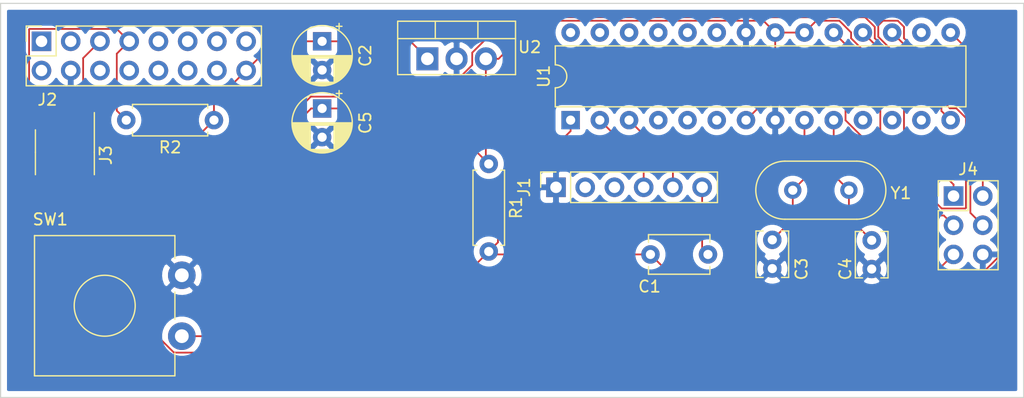
<source format=kicad_pcb>
(kicad_pcb (version 20171130) (host pcbnew 5.1.4)

  (general
    (thickness 1.6)
    (drawings 4)
    (tracks 127)
    (zones 0)
    (modules 15)
    (nets 45)
  )

  (page A4)
  (layers
    (0 F.Cu signal)
    (31 B.Cu signal)
    (32 B.Adhes user)
    (33 F.Adhes user)
    (34 B.Paste user)
    (35 F.Paste user)
    (36 B.SilkS user)
    (37 F.SilkS user)
    (38 B.Mask user)
    (39 F.Mask user)
    (40 Dwgs.User user)
    (41 Cmts.User user)
    (42 Eco1.User user)
    (43 Eco2.User user)
    (44 Edge.Cuts user)
    (45 Margin user)
    (46 B.CrtYd user)
    (47 F.CrtYd user)
    (48 B.Fab user)
    (49 F.Fab user)
  )

  (setup
    (last_trace_width 0.1524)
    (trace_clearance 0.1524)
    (zone_clearance 0.508)
    (zone_45_only no)
    (trace_min 0.1524)
    (via_size 0.6858)
    (via_drill 0.3302)
    (via_min_size 0.508)
    (via_min_drill 0.254)
    (uvia_size 0.6858)
    (uvia_drill 0.3302)
    (uvias_allowed no)
    (uvia_min_size 0)
    (uvia_min_drill 0)
    (edge_width 0.1)
    (segment_width 0.2)
    (pcb_text_width 0.3)
    (pcb_text_size 1.5 1.5)
    (mod_edge_width 0.15)
    (mod_text_size 1 1)
    (mod_text_width 0.15)
    (pad_size 1.524 1.524)
    (pad_drill 0.762)
    (pad_to_mask_clearance 0)
    (aux_axis_origin 0 0)
    (visible_elements FFFFFF7F)
    (pcbplotparams
      (layerselection 0x010fc_ffffffff)
      (usegerberextensions false)
      (usegerberattributes false)
      (usegerberadvancedattributes false)
      (creategerberjobfile false)
      (excludeedgelayer true)
      (linewidth 0.100000)
      (plotframeref false)
      (viasonmask false)
      (mode 1)
      (useauxorigin false)
      (hpglpennumber 1)
      (hpglpenspeed 20)
      (hpglpendiameter 15.000000)
      (psnegative false)
      (psa4output false)
      (plotreference true)
      (plotvalue true)
      (plotinvisibletext false)
      (padsonsilk false)
      (subtractmaskfromsilk false)
      (outputformat 1)
      (mirror false)
      (drillshape 1)
      (scaleselection 1)
      (outputdirectory ""))
  )

  (net 0 "")
  (net 1 "Net-(C1-Pad1)")
  (net 2 +5V)
  (net 3 +12V)
  (net 4 GND)
  (net 5 "Net-(C3-Pad1)")
  (net 6 "Net-(C4-Pad2)")
  (net 7 "Net-(J1-Pad2)")
  (net 8 "Net-(J1-Pad3)")
  (net 9 "Net-(J1-Pad4)")
  (net 10 "Net-(J1-Pad5)")
  (net 11 "Net-(J2-Pad1)")
  (net 12 "Net-(J2-Pad2)")
  (net 13 "Net-(J2-Pad3)")
  (net 14 GNDS)
  (net 15 "Net-(J2-Pad6)")
  (net 16 "Net-(J2-Pad7)")
  (net 17 "Net-(J2-Pad8)")
  (net 18 "Net-(J2-Pad9)")
  (net 19 "Net-(J2-Pad10)")
  (net 20 "Net-(J2-Pad11)")
  (net 21 "Net-(J2-Pad12)")
  (net 22 "Net-(J2-Pad13)")
  (net 23 "Net-(J2-Pad14)")
  (net 24 "Net-(J2-Pad15)")
  (net 25 "Net-(J3-Pad2)")
  (net 26 "Net-(J3-Pad5)")
  (net 27 "Net-(J3-Pad6)")
  (net 28 "Net-(J4-Pad1)")
  (net 29 "Net-(J4-Pad3)")
  (net 30 "Net-(J4-Pad4)")
  (net 31 "Net-(U1-Pad16)")
  (net 32 "Net-(U1-Pad4)")
  (net 33 "Net-(U1-Pad5)")
  (net 34 "Net-(U1-Pad6)")
  (net 35 "Net-(U1-Pad23)")
  (net 36 "Net-(U1-Pad24)")
  (net 37 "Net-(U1-Pad11)")
  (net 38 "Net-(U1-Pad25)")
  (net 39 "Net-(U1-Pad12)")
  (net 40 "Net-(U1-Pad26)")
  (net 41 "Net-(U1-Pad13)")
  (net 42 "Net-(U1-Pad27)")
  (net 43 "Net-(U1-Pad28)")
  (net 44 "Net-(C1-Pad2)")

  (net_class Default "This is the default net class."
    (clearance 0.1524)
    (trace_width 0.1524)
    (via_dia 0.6858)
    (via_drill 0.3302)
    (uvia_dia 0.6858)
    (uvia_drill 0.3302)
    (diff_pair_width 0.1524)
    (diff_pair_gap 0.254)
    (add_net +12V)
    (add_net +5V)
    (add_net GND)
    (add_net GNDS)
    (add_net "Net-(C1-Pad1)")
    (add_net "Net-(C1-Pad2)")
    (add_net "Net-(C3-Pad1)")
    (add_net "Net-(C4-Pad2)")
    (add_net "Net-(J1-Pad2)")
    (add_net "Net-(J1-Pad3)")
    (add_net "Net-(J1-Pad4)")
    (add_net "Net-(J1-Pad5)")
    (add_net "Net-(J2-Pad1)")
    (add_net "Net-(J2-Pad10)")
    (add_net "Net-(J2-Pad11)")
    (add_net "Net-(J2-Pad12)")
    (add_net "Net-(J2-Pad13)")
    (add_net "Net-(J2-Pad14)")
    (add_net "Net-(J2-Pad15)")
    (add_net "Net-(J2-Pad2)")
    (add_net "Net-(J2-Pad3)")
    (add_net "Net-(J2-Pad6)")
    (add_net "Net-(J2-Pad7)")
    (add_net "Net-(J2-Pad8)")
    (add_net "Net-(J2-Pad9)")
    (add_net "Net-(J3-Pad2)")
    (add_net "Net-(J3-Pad5)")
    (add_net "Net-(J3-Pad6)")
    (add_net "Net-(J4-Pad1)")
    (add_net "Net-(J4-Pad3)")
    (add_net "Net-(J4-Pad4)")
    (add_net "Net-(U1-Pad11)")
    (add_net "Net-(U1-Pad12)")
    (add_net "Net-(U1-Pad13)")
    (add_net "Net-(U1-Pad16)")
    (add_net "Net-(U1-Pad23)")
    (add_net "Net-(U1-Pad24)")
    (add_net "Net-(U1-Pad25)")
    (add_net "Net-(U1-Pad26)")
    (add_net "Net-(U1-Pad27)")
    (add_net "Net-(U1-Pad28)")
    (add_net "Net-(U1-Pad4)")
    (add_net "Net-(U1-Pad5)")
    (add_net "Net-(U1-Pad6)")
  )

  (module Button_Switch_THT:SW_CW_GPTS203211B (layer F.Cu) (tedit 5AC7C0C9) (tstamp 5D53CAB1)
    (at 28.448 41.656 180)
    (descr "SPST Off-On Pushbutton, 1A, 30V, CW Industries P/N GPTS203211B, http://switches-connectors-custom.cwind.com/Asset/GPTS203211BR2.pdf")
    (tags "SPST button switch Off-On")
    (path /5D64B249)
    (fp_text reference SW1 (at 11.43 10.16) (layer F.SilkS)
      (effects (font (size 1 1) (thickness 0.15)))
    )
    (fp_text value SW_Push (at 6.7 9.65) (layer F.Fab)
      (effects (font (size 1 1) (thickness 0.15)))
    )
    (fp_circle (center 6.7 2.65) (end 9.35 2.65) (layer F.SilkS) (width 0.12))
    (fp_line (start 0.7 -3.35) (end 0.7 8.65) (layer F.Fab) (width 0.1))
    (fp_line (start 0.7 8.65) (end 12.7 8.65) (layer F.Fab) (width 0.1))
    (fp_line (start 12.7 8.65) (end 12.7 -3.35) (layer F.Fab) (width 0.1))
    (fp_line (start 12.7 -3.35) (end 0.7 -3.35) (layer F.Fab) (width 0.1))
    (fp_line (start 0.6 -1.46) (end 0.6 -3.45) (layer F.SilkS) (width 0.12))
    (fp_line (start 0.6 -3.45) (end 12.8 -3.45) (layer F.SilkS) (width 0.12))
    (fp_line (start 12.8 -3.45) (end 12.8 8.75) (layer F.SilkS) (width 0.12))
    (fp_line (start 12.8 8.75) (end 0.6 8.75) (layer F.SilkS) (width 0.12))
    (fp_line (start 0.6 8.75) (end 0.6 6.76) (layer F.SilkS) (width 0.12))
    (fp_line (start 0.6 1.46) (end 0.6 3.84) (layer F.SilkS) (width 0.12))
    (fp_line (start -1.45 -3.6) (end -1.45 8.9) (layer F.CrtYd) (width 0.05))
    (fp_line (start -1.45 8.9) (end 12.95 8.9) (layer F.CrtYd) (width 0.05))
    (fp_line (start 12.95 8.9) (end 12.95 -3.6) (layer F.CrtYd) (width 0.05))
    (fp_line (start 12.95 -3.6) (end -1.45 -3.6) (layer F.CrtYd) (width 0.05))
    (fp_text user %R (at 6.7 2.65) (layer F.Fab)
      (effects (font (size 1 1) (thickness 0.15)))
    )
    (pad 1 thru_hole circle (at 0 0 180) (size 2.4 2.4) (drill 1.2) (layers *.Cu *.Mask)
      (net 44 "Net-(C1-Pad2)"))
    (pad 2 thru_hole circle (at 0 5.3 180) (size 2.4 2.4) (drill 1.2) (layers *.Cu *.Mask)
      (net 4 GND))
    (model ${KISYS3DMOD}/Button_Switch_THT.3dshapes/SW_CW_GPTS203211B.wrl
      (at (xyz 0 0 0))
      (scale (xyz 1 1 1))
      (rotate (xyz 0 0 0))
    )
  )

  (module Capacitor_THT:C_Disc_D5.1mm_W3.2mm_P5.00mm (layer F.Cu) (tedit 5AE50EF0) (tstamp 5D53C936)
    (at 74.168 34.544 180)
    (descr "C, Disc series, Radial, pin pitch=5.00mm, , diameter*width=5.1*3.2mm^2, Capacitor, http://www.vishay.com/docs/45233/krseries.pdf")
    (tags "C Disc series Radial pin pitch 5.00mm  diameter 5.1mm width 3.2mm Capacitor")
    (path /5D608574)
    (fp_text reference C1 (at 5.08 -2.794) (layer F.SilkS)
      (effects (font (size 1 1) (thickness 0.15)))
    )
    (fp_text value 0.1uF (at 2.5 2.85) (layer F.Fab)
      (effects (font (size 1 1) (thickness 0.15)))
    )
    (fp_line (start -0.05 -1.6) (end -0.05 1.6) (layer F.Fab) (width 0.1))
    (fp_line (start -0.05 1.6) (end 5.05 1.6) (layer F.Fab) (width 0.1))
    (fp_line (start 5.05 1.6) (end 5.05 -1.6) (layer F.Fab) (width 0.1))
    (fp_line (start 5.05 -1.6) (end -0.05 -1.6) (layer F.Fab) (width 0.1))
    (fp_line (start -0.17 -1.721) (end 5.17 -1.721) (layer F.SilkS) (width 0.12))
    (fp_line (start -0.17 1.721) (end 5.17 1.721) (layer F.SilkS) (width 0.12))
    (fp_line (start -0.17 -1.721) (end -0.17 -1.055) (layer F.SilkS) (width 0.12))
    (fp_line (start -0.17 1.055) (end -0.17 1.721) (layer F.SilkS) (width 0.12))
    (fp_line (start 5.17 -1.721) (end 5.17 -1.055) (layer F.SilkS) (width 0.12))
    (fp_line (start 5.17 1.055) (end 5.17 1.721) (layer F.SilkS) (width 0.12))
    (fp_line (start -1.05 -1.85) (end -1.05 1.85) (layer F.CrtYd) (width 0.05))
    (fp_line (start -1.05 1.85) (end 6.05 1.85) (layer F.CrtYd) (width 0.05))
    (fp_line (start 6.05 1.85) (end 6.05 -1.85) (layer F.CrtYd) (width 0.05))
    (fp_line (start 6.05 -1.85) (end -1.05 -1.85) (layer F.CrtYd) (width 0.05))
    (fp_text user %R (at 2.5 0) (layer F.Fab)
      (effects (font (size 1 1) (thickness 0.15)))
    )
    (pad 1 thru_hole circle (at 0 0 180) (size 1.6 1.6) (drill 0.8) (layers *.Cu *.Mask)
      (net 1 "Net-(C1-Pad1)"))
    (pad 2 thru_hole circle (at 5 0 180) (size 1.6 1.6) (drill 0.8) (layers *.Cu *.Mask)
      (net 44 "Net-(C1-Pad2)"))
    (model ${KISYS3DMOD}/Capacitor_THT.3dshapes/C_Disc_D5.1mm_W3.2mm_P5.00mm.wrl
      (at (xyz 0 0 0))
      (scale (xyz 1 1 1))
      (rotate (xyz 0 0 0))
    )
  )

  (module Capacitor_THT:CP_Radial_D5.0mm_P2.50mm (layer F.Cu) (tedit 5AE50EF0) (tstamp 5D53C9BA)
    (at 40.64 16.002 270)
    (descr "CP, Radial series, Radial, pin pitch=2.50mm, , diameter=5mm, Electrolytic Capacitor")
    (tags "CP Radial series Radial pin pitch 2.50mm  diameter 5mm Electrolytic Capacitor")
    (path /5D5F9E21)
    (fp_text reference C2 (at 1.25 -3.75 90) (layer F.SilkS)
      (effects (font (size 1 1) (thickness 0.15)))
    )
    (fp_text value 100uF (at 1.25 3.75 90) (layer F.Fab)
      (effects (font (size 1 1) (thickness 0.15)))
    )
    (fp_circle (center 1.25 0) (end 3.75 0) (layer F.Fab) (width 0.1))
    (fp_circle (center 1.25 0) (end 3.87 0) (layer F.SilkS) (width 0.12))
    (fp_circle (center 1.25 0) (end 4 0) (layer F.CrtYd) (width 0.05))
    (fp_line (start -0.883605 -1.0875) (end -0.383605 -1.0875) (layer F.Fab) (width 0.1))
    (fp_line (start -0.633605 -1.3375) (end -0.633605 -0.8375) (layer F.Fab) (width 0.1))
    (fp_line (start 1.25 -2.58) (end 1.25 2.58) (layer F.SilkS) (width 0.12))
    (fp_line (start 1.29 -2.58) (end 1.29 2.58) (layer F.SilkS) (width 0.12))
    (fp_line (start 1.33 -2.579) (end 1.33 2.579) (layer F.SilkS) (width 0.12))
    (fp_line (start 1.37 -2.578) (end 1.37 2.578) (layer F.SilkS) (width 0.12))
    (fp_line (start 1.41 -2.576) (end 1.41 2.576) (layer F.SilkS) (width 0.12))
    (fp_line (start 1.45 -2.573) (end 1.45 2.573) (layer F.SilkS) (width 0.12))
    (fp_line (start 1.49 -2.569) (end 1.49 -1.04) (layer F.SilkS) (width 0.12))
    (fp_line (start 1.49 1.04) (end 1.49 2.569) (layer F.SilkS) (width 0.12))
    (fp_line (start 1.53 -2.565) (end 1.53 -1.04) (layer F.SilkS) (width 0.12))
    (fp_line (start 1.53 1.04) (end 1.53 2.565) (layer F.SilkS) (width 0.12))
    (fp_line (start 1.57 -2.561) (end 1.57 -1.04) (layer F.SilkS) (width 0.12))
    (fp_line (start 1.57 1.04) (end 1.57 2.561) (layer F.SilkS) (width 0.12))
    (fp_line (start 1.61 -2.556) (end 1.61 -1.04) (layer F.SilkS) (width 0.12))
    (fp_line (start 1.61 1.04) (end 1.61 2.556) (layer F.SilkS) (width 0.12))
    (fp_line (start 1.65 -2.55) (end 1.65 -1.04) (layer F.SilkS) (width 0.12))
    (fp_line (start 1.65 1.04) (end 1.65 2.55) (layer F.SilkS) (width 0.12))
    (fp_line (start 1.69 -2.543) (end 1.69 -1.04) (layer F.SilkS) (width 0.12))
    (fp_line (start 1.69 1.04) (end 1.69 2.543) (layer F.SilkS) (width 0.12))
    (fp_line (start 1.73 -2.536) (end 1.73 -1.04) (layer F.SilkS) (width 0.12))
    (fp_line (start 1.73 1.04) (end 1.73 2.536) (layer F.SilkS) (width 0.12))
    (fp_line (start 1.77 -2.528) (end 1.77 -1.04) (layer F.SilkS) (width 0.12))
    (fp_line (start 1.77 1.04) (end 1.77 2.528) (layer F.SilkS) (width 0.12))
    (fp_line (start 1.81 -2.52) (end 1.81 -1.04) (layer F.SilkS) (width 0.12))
    (fp_line (start 1.81 1.04) (end 1.81 2.52) (layer F.SilkS) (width 0.12))
    (fp_line (start 1.85 -2.511) (end 1.85 -1.04) (layer F.SilkS) (width 0.12))
    (fp_line (start 1.85 1.04) (end 1.85 2.511) (layer F.SilkS) (width 0.12))
    (fp_line (start 1.89 -2.501) (end 1.89 -1.04) (layer F.SilkS) (width 0.12))
    (fp_line (start 1.89 1.04) (end 1.89 2.501) (layer F.SilkS) (width 0.12))
    (fp_line (start 1.93 -2.491) (end 1.93 -1.04) (layer F.SilkS) (width 0.12))
    (fp_line (start 1.93 1.04) (end 1.93 2.491) (layer F.SilkS) (width 0.12))
    (fp_line (start 1.971 -2.48) (end 1.971 -1.04) (layer F.SilkS) (width 0.12))
    (fp_line (start 1.971 1.04) (end 1.971 2.48) (layer F.SilkS) (width 0.12))
    (fp_line (start 2.011 -2.468) (end 2.011 -1.04) (layer F.SilkS) (width 0.12))
    (fp_line (start 2.011 1.04) (end 2.011 2.468) (layer F.SilkS) (width 0.12))
    (fp_line (start 2.051 -2.455) (end 2.051 -1.04) (layer F.SilkS) (width 0.12))
    (fp_line (start 2.051 1.04) (end 2.051 2.455) (layer F.SilkS) (width 0.12))
    (fp_line (start 2.091 -2.442) (end 2.091 -1.04) (layer F.SilkS) (width 0.12))
    (fp_line (start 2.091 1.04) (end 2.091 2.442) (layer F.SilkS) (width 0.12))
    (fp_line (start 2.131 -2.428) (end 2.131 -1.04) (layer F.SilkS) (width 0.12))
    (fp_line (start 2.131 1.04) (end 2.131 2.428) (layer F.SilkS) (width 0.12))
    (fp_line (start 2.171 -2.414) (end 2.171 -1.04) (layer F.SilkS) (width 0.12))
    (fp_line (start 2.171 1.04) (end 2.171 2.414) (layer F.SilkS) (width 0.12))
    (fp_line (start 2.211 -2.398) (end 2.211 -1.04) (layer F.SilkS) (width 0.12))
    (fp_line (start 2.211 1.04) (end 2.211 2.398) (layer F.SilkS) (width 0.12))
    (fp_line (start 2.251 -2.382) (end 2.251 -1.04) (layer F.SilkS) (width 0.12))
    (fp_line (start 2.251 1.04) (end 2.251 2.382) (layer F.SilkS) (width 0.12))
    (fp_line (start 2.291 -2.365) (end 2.291 -1.04) (layer F.SilkS) (width 0.12))
    (fp_line (start 2.291 1.04) (end 2.291 2.365) (layer F.SilkS) (width 0.12))
    (fp_line (start 2.331 -2.348) (end 2.331 -1.04) (layer F.SilkS) (width 0.12))
    (fp_line (start 2.331 1.04) (end 2.331 2.348) (layer F.SilkS) (width 0.12))
    (fp_line (start 2.371 -2.329) (end 2.371 -1.04) (layer F.SilkS) (width 0.12))
    (fp_line (start 2.371 1.04) (end 2.371 2.329) (layer F.SilkS) (width 0.12))
    (fp_line (start 2.411 -2.31) (end 2.411 -1.04) (layer F.SilkS) (width 0.12))
    (fp_line (start 2.411 1.04) (end 2.411 2.31) (layer F.SilkS) (width 0.12))
    (fp_line (start 2.451 -2.29) (end 2.451 -1.04) (layer F.SilkS) (width 0.12))
    (fp_line (start 2.451 1.04) (end 2.451 2.29) (layer F.SilkS) (width 0.12))
    (fp_line (start 2.491 -2.268) (end 2.491 -1.04) (layer F.SilkS) (width 0.12))
    (fp_line (start 2.491 1.04) (end 2.491 2.268) (layer F.SilkS) (width 0.12))
    (fp_line (start 2.531 -2.247) (end 2.531 -1.04) (layer F.SilkS) (width 0.12))
    (fp_line (start 2.531 1.04) (end 2.531 2.247) (layer F.SilkS) (width 0.12))
    (fp_line (start 2.571 -2.224) (end 2.571 -1.04) (layer F.SilkS) (width 0.12))
    (fp_line (start 2.571 1.04) (end 2.571 2.224) (layer F.SilkS) (width 0.12))
    (fp_line (start 2.611 -2.2) (end 2.611 -1.04) (layer F.SilkS) (width 0.12))
    (fp_line (start 2.611 1.04) (end 2.611 2.2) (layer F.SilkS) (width 0.12))
    (fp_line (start 2.651 -2.175) (end 2.651 -1.04) (layer F.SilkS) (width 0.12))
    (fp_line (start 2.651 1.04) (end 2.651 2.175) (layer F.SilkS) (width 0.12))
    (fp_line (start 2.691 -2.149) (end 2.691 -1.04) (layer F.SilkS) (width 0.12))
    (fp_line (start 2.691 1.04) (end 2.691 2.149) (layer F.SilkS) (width 0.12))
    (fp_line (start 2.731 -2.122) (end 2.731 -1.04) (layer F.SilkS) (width 0.12))
    (fp_line (start 2.731 1.04) (end 2.731 2.122) (layer F.SilkS) (width 0.12))
    (fp_line (start 2.771 -2.095) (end 2.771 -1.04) (layer F.SilkS) (width 0.12))
    (fp_line (start 2.771 1.04) (end 2.771 2.095) (layer F.SilkS) (width 0.12))
    (fp_line (start 2.811 -2.065) (end 2.811 -1.04) (layer F.SilkS) (width 0.12))
    (fp_line (start 2.811 1.04) (end 2.811 2.065) (layer F.SilkS) (width 0.12))
    (fp_line (start 2.851 -2.035) (end 2.851 -1.04) (layer F.SilkS) (width 0.12))
    (fp_line (start 2.851 1.04) (end 2.851 2.035) (layer F.SilkS) (width 0.12))
    (fp_line (start 2.891 -2.004) (end 2.891 -1.04) (layer F.SilkS) (width 0.12))
    (fp_line (start 2.891 1.04) (end 2.891 2.004) (layer F.SilkS) (width 0.12))
    (fp_line (start 2.931 -1.971) (end 2.931 -1.04) (layer F.SilkS) (width 0.12))
    (fp_line (start 2.931 1.04) (end 2.931 1.971) (layer F.SilkS) (width 0.12))
    (fp_line (start 2.971 -1.937) (end 2.971 -1.04) (layer F.SilkS) (width 0.12))
    (fp_line (start 2.971 1.04) (end 2.971 1.937) (layer F.SilkS) (width 0.12))
    (fp_line (start 3.011 -1.901) (end 3.011 -1.04) (layer F.SilkS) (width 0.12))
    (fp_line (start 3.011 1.04) (end 3.011 1.901) (layer F.SilkS) (width 0.12))
    (fp_line (start 3.051 -1.864) (end 3.051 -1.04) (layer F.SilkS) (width 0.12))
    (fp_line (start 3.051 1.04) (end 3.051 1.864) (layer F.SilkS) (width 0.12))
    (fp_line (start 3.091 -1.826) (end 3.091 -1.04) (layer F.SilkS) (width 0.12))
    (fp_line (start 3.091 1.04) (end 3.091 1.826) (layer F.SilkS) (width 0.12))
    (fp_line (start 3.131 -1.785) (end 3.131 -1.04) (layer F.SilkS) (width 0.12))
    (fp_line (start 3.131 1.04) (end 3.131 1.785) (layer F.SilkS) (width 0.12))
    (fp_line (start 3.171 -1.743) (end 3.171 -1.04) (layer F.SilkS) (width 0.12))
    (fp_line (start 3.171 1.04) (end 3.171 1.743) (layer F.SilkS) (width 0.12))
    (fp_line (start 3.211 -1.699) (end 3.211 -1.04) (layer F.SilkS) (width 0.12))
    (fp_line (start 3.211 1.04) (end 3.211 1.699) (layer F.SilkS) (width 0.12))
    (fp_line (start 3.251 -1.653) (end 3.251 -1.04) (layer F.SilkS) (width 0.12))
    (fp_line (start 3.251 1.04) (end 3.251 1.653) (layer F.SilkS) (width 0.12))
    (fp_line (start 3.291 -1.605) (end 3.291 -1.04) (layer F.SilkS) (width 0.12))
    (fp_line (start 3.291 1.04) (end 3.291 1.605) (layer F.SilkS) (width 0.12))
    (fp_line (start 3.331 -1.554) (end 3.331 -1.04) (layer F.SilkS) (width 0.12))
    (fp_line (start 3.331 1.04) (end 3.331 1.554) (layer F.SilkS) (width 0.12))
    (fp_line (start 3.371 -1.5) (end 3.371 -1.04) (layer F.SilkS) (width 0.12))
    (fp_line (start 3.371 1.04) (end 3.371 1.5) (layer F.SilkS) (width 0.12))
    (fp_line (start 3.411 -1.443) (end 3.411 -1.04) (layer F.SilkS) (width 0.12))
    (fp_line (start 3.411 1.04) (end 3.411 1.443) (layer F.SilkS) (width 0.12))
    (fp_line (start 3.451 -1.383) (end 3.451 -1.04) (layer F.SilkS) (width 0.12))
    (fp_line (start 3.451 1.04) (end 3.451 1.383) (layer F.SilkS) (width 0.12))
    (fp_line (start 3.491 -1.319) (end 3.491 -1.04) (layer F.SilkS) (width 0.12))
    (fp_line (start 3.491 1.04) (end 3.491 1.319) (layer F.SilkS) (width 0.12))
    (fp_line (start 3.531 -1.251) (end 3.531 -1.04) (layer F.SilkS) (width 0.12))
    (fp_line (start 3.531 1.04) (end 3.531 1.251) (layer F.SilkS) (width 0.12))
    (fp_line (start 3.571 -1.178) (end 3.571 1.178) (layer F.SilkS) (width 0.12))
    (fp_line (start 3.611 -1.098) (end 3.611 1.098) (layer F.SilkS) (width 0.12))
    (fp_line (start 3.651 -1.011) (end 3.651 1.011) (layer F.SilkS) (width 0.12))
    (fp_line (start 3.691 -0.915) (end 3.691 0.915) (layer F.SilkS) (width 0.12))
    (fp_line (start 3.731 -0.805) (end 3.731 0.805) (layer F.SilkS) (width 0.12))
    (fp_line (start 3.771 -0.677) (end 3.771 0.677) (layer F.SilkS) (width 0.12))
    (fp_line (start 3.811 -0.518) (end 3.811 0.518) (layer F.SilkS) (width 0.12))
    (fp_line (start 3.851 -0.284) (end 3.851 0.284) (layer F.SilkS) (width 0.12))
    (fp_line (start -1.554775 -1.475) (end -1.054775 -1.475) (layer F.SilkS) (width 0.12))
    (fp_line (start -1.304775 -1.725) (end -1.304775 -1.225) (layer F.SilkS) (width 0.12))
    (fp_text user %R (at 1.25 0 90) (layer F.Fab)
      (effects (font (size 1 1) (thickness 0.15)))
    )
    (pad 1 thru_hole rect (at 0 0 270) (size 1.6 1.6) (drill 0.8) (layers *.Cu *.Mask)
      (net 3 +12V))
    (pad 2 thru_hole circle (at 2.5 0 270) (size 1.6 1.6) (drill 0.8) (layers *.Cu *.Mask)
      (net 4 GND))
    (model ${KISYS3DMOD}/Capacitor_THT.3dshapes/CP_Radial_D5.0mm_P2.50mm.wrl
      (at (xyz 0 0 0))
      (scale (xyz 1 1 1))
      (rotate (xyz 0 0 0))
    )
  )

  (module Capacitor_THT:C_Disc_D3.8mm_W2.6mm_P2.50mm (layer F.Cu) (tedit 5AE50EF0) (tstamp 5D53C9CF)
    (at 79.756 33.274 270)
    (descr "C, Disc series, Radial, pin pitch=2.50mm, , diameter*width=3.8*2.6mm^2, Capacitor, http://www.vishay.com/docs/45233/krseries.pdf")
    (tags "C Disc series Radial pin pitch 2.50mm  diameter 3.8mm width 2.6mm Capacitor")
    (path /5D56F8D3)
    (fp_text reference C3 (at 2.54 -2.54 90) (layer F.SilkS)
      (effects (font (size 1 1) (thickness 0.15)))
    )
    (fp_text value 22pf (at 1.25 2.55 90) (layer F.Fab)
      (effects (font (size 1 1) (thickness 0.15)))
    )
    (fp_line (start -0.65 -1.3) (end -0.65 1.3) (layer F.Fab) (width 0.1))
    (fp_line (start -0.65 1.3) (end 3.15 1.3) (layer F.Fab) (width 0.1))
    (fp_line (start 3.15 1.3) (end 3.15 -1.3) (layer F.Fab) (width 0.1))
    (fp_line (start 3.15 -1.3) (end -0.65 -1.3) (layer F.Fab) (width 0.1))
    (fp_line (start -0.77 -1.42) (end 3.27 -1.42) (layer F.SilkS) (width 0.12))
    (fp_line (start -0.77 1.42) (end 3.27 1.42) (layer F.SilkS) (width 0.12))
    (fp_line (start -0.77 -1.42) (end -0.77 -0.795) (layer F.SilkS) (width 0.12))
    (fp_line (start -0.77 0.795) (end -0.77 1.42) (layer F.SilkS) (width 0.12))
    (fp_line (start 3.27 -1.42) (end 3.27 -0.795) (layer F.SilkS) (width 0.12))
    (fp_line (start 3.27 0.795) (end 3.27 1.42) (layer F.SilkS) (width 0.12))
    (fp_line (start -1.05 -1.55) (end -1.05 1.55) (layer F.CrtYd) (width 0.05))
    (fp_line (start -1.05 1.55) (end 3.55 1.55) (layer F.CrtYd) (width 0.05))
    (fp_line (start 3.55 1.55) (end 3.55 -1.55) (layer F.CrtYd) (width 0.05))
    (fp_line (start 3.55 -1.55) (end -1.05 -1.55) (layer F.CrtYd) (width 0.05))
    (fp_text user %R (at 1.25 0 90) (layer F.Fab)
      (effects (font (size 0.76 0.76) (thickness 0.114)))
    )
    (pad 1 thru_hole circle (at 0 0 270) (size 1.6 1.6) (drill 0.8) (layers *.Cu *.Mask)
      (net 5 "Net-(C3-Pad1)"))
    (pad 2 thru_hole circle (at 2.5 0 270) (size 1.6 1.6) (drill 0.8) (layers *.Cu *.Mask)
      (net 4 GND))
    (model ${KISYS3DMOD}/Capacitor_THT.3dshapes/C_Disc_D3.8mm_W2.6mm_P2.50mm.wrl
      (at (xyz 0 0 0))
      (scale (xyz 1 1 1))
      (rotate (xyz 0 0 0))
    )
  )

  (module Capacitor_THT:C_Disc_D3.8mm_W2.6mm_P2.50mm (layer F.Cu) (tedit 5AE50EF0) (tstamp 5D53C9E4)
    (at 88.392 35.814 90)
    (descr "C, Disc series, Radial, pin pitch=2.50mm, , diameter*width=3.8*2.6mm^2, Capacitor, http://www.vishay.com/docs/45233/krseries.pdf")
    (tags "C Disc series Radial pin pitch 2.50mm  diameter 3.8mm width 2.6mm Capacitor")
    (path /5D5741B8)
    (fp_text reference C4 (at 0 -2.286 90) (layer F.SilkS)
      (effects (font (size 1 1) (thickness 0.15)))
    )
    (fp_text value 22pf (at 1.25 2.55 90) (layer F.Fab)
      (effects (font (size 1 1) (thickness 0.15)))
    )
    (fp_text user %R (at 1.25 0 90) (layer F.Fab)
      (effects (font (size 0.76 0.76) (thickness 0.114)))
    )
    (fp_line (start 3.55 -1.55) (end -1.05 -1.55) (layer F.CrtYd) (width 0.05))
    (fp_line (start 3.55 1.55) (end 3.55 -1.55) (layer F.CrtYd) (width 0.05))
    (fp_line (start -1.05 1.55) (end 3.55 1.55) (layer F.CrtYd) (width 0.05))
    (fp_line (start -1.05 -1.55) (end -1.05 1.55) (layer F.CrtYd) (width 0.05))
    (fp_line (start 3.27 0.795) (end 3.27 1.42) (layer F.SilkS) (width 0.12))
    (fp_line (start 3.27 -1.42) (end 3.27 -0.795) (layer F.SilkS) (width 0.12))
    (fp_line (start -0.77 0.795) (end -0.77 1.42) (layer F.SilkS) (width 0.12))
    (fp_line (start -0.77 -1.42) (end -0.77 -0.795) (layer F.SilkS) (width 0.12))
    (fp_line (start -0.77 1.42) (end 3.27 1.42) (layer F.SilkS) (width 0.12))
    (fp_line (start -0.77 -1.42) (end 3.27 -1.42) (layer F.SilkS) (width 0.12))
    (fp_line (start 3.15 -1.3) (end -0.65 -1.3) (layer F.Fab) (width 0.1))
    (fp_line (start 3.15 1.3) (end 3.15 -1.3) (layer F.Fab) (width 0.1))
    (fp_line (start -0.65 1.3) (end 3.15 1.3) (layer F.Fab) (width 0.1))
    (fp_line (start -0.65 -1.3) (end -0.65 1.3) (layer F.Fab) (width 0.1))
    (pad 2 thru_hole circle (at 2.5 0 90) (size 1.6 1.6) (drill 0.8) (layers *.Cu *.Mask)
      (net 6 "Net-(C4-Pad2)"))
    (pad 1 thru_hole circle (at 0 0 90) (size 1.6 1.6) (drill 0.8) (layers *.Cu *.Mask)
      (net 4 GND))
    (model ${KISYS3DMOD}/Capacitor_THT.3dshapes/C_Disc_D3.8mm_W2.6mm_P2.50mm.wrl
      (at (xyz 0 0 0))
      (scale (xyz 1 1 1))
      (rotate (xyz 0 0 0))
    )
  )

  (module Connector_PinSocket_2.54mm:PinSocket_1x06_P2.54mm_Vertical (layer F.Cu) (tedit 5A19A430) (tstamp 5D53CA11)
    (at 60.96 28.702 90)
    (descr "Through hole straight socket strip, 1x06, 2.54mm pitch, single row (from Kicad 4.0.7), script generated")
    (tags "Through hole socket strip THT 1x06 2.54mm single row")
    (path /5D60C26E)
    (fp_text reference J1 (at 0 -2.77 90) (layer F.SilkS)
      (effects (font (size 1 1) (thickness 0.15)))
    )
    (fp_text value FDTI (at 0 15.47 90) (layer F.Fab)
      (effects (font (size 1 1) (thickness 0.15)))
    )
    (fp_line (start -1.27 -1.27) (end 0.635 -1.27) (layer F.Fab) (width 0.1))
    (fp_line (start 0.635 -1.27) (end 1.27 -0.635) (layer F.Fab) (width 0.1))
    (fp_line (start 1.27 -0.635) (end 1.27 13.97) (layer F.Fab) (width 0.1))
    (fp_line (start 1.27 13.97) (end -1.27 13.97) (layer F.Fab) (width 0.1))
    (fp_line (start -1.27 13.97) (end -1.27 -1.27) (layer F.Fab) (width 0.1))
    (fp_line (start -1.33 1.27) (end 1.33 1.27) (layer F.SilkS) (width 0.12))
    (fp_line (start -1.33 1.27) (end -1.33 14.03) (layer F.SilkS) (width 0.12))
    (fp_line (start -1.33 14.03) (end 1.33 14.03) (layer F.SilkS) (width 0.12))
    (fp_line (start 1.33 1.27) (end 1.33 14.03) (layer F.SilkS) (width 0.12))
    (fp_line (start 1.33 -1.33) (end 1.33 0) (layer F.SilkS) (width 0.12))
    (fp_line (start 0 -1.33) (end 1.33 -1.33) (layer F.SilkS) (width 0.12))
    (fp_line (start -1.8 -1.8) (end 1.75 -1.8) (layer F.CrtYd) (width 0.05))
    (fp_line (start 1.75 -1.8) (end 1.75 14.45) (layer F.CrtYd) (width 0.05))
    (fp_line (start 1.75 14.45) (end -1.8 14.45) (layer F.CrtYd) (width 0.05))
    (fp_line (start -1.8 14.45) (end -1.8 -1.8) (layer F.CrtYd) (width 0.05))
    (fp_text user %R (at 0 6.35) (layer F.Fab)
      (effects (font (size 1 1) (thickness 0.15)))
    )
    (pad 1 thru_hole rect (at 0 0 90) (size 1.7 1.7) (drill 1) (layers *.Cu *.Mask)
      (net 4 GND))
    (pad 2 thru_hole oval (at 0 2.54 90) (size 1.7 1.7) (drill 1) (layers *.Cu *.Mask)
      (net 7 "Net-(J1-Pad2)"))
    (pad 3 thru_hole oval (at 0 5.08 90) (size 1.7 1.7) (drill 1) (layers *.Cu *.Mask)
      (net 8 "Net-(J1-Pad3)"))
    (pad 4 thru_hole oval (at 0 7.62 90) (size 1.7 1.7) (drill 1) (layers *.Cu *.Mask)
      (net 9 "Net-(J1-Pad4)"))
    (pad 5 thru_hole oval (at 0 10.16 90) (size 1.7 1.7) (drill 1) (layers *.Cu *.Mask)
      (net 10 "Net-(J1-Pad5)"))
    (pad 6 thru_hole oval (at 0 12.7 90) (size 1.7 1.7) (drill 1) (layers *.Cu *.Mask)
      (net 1 "Net-(C1-Pad1)"))
    (model ${KISYS3DMOD}/Connector_PinSocket_2.54mm.3dshapes/PinSocket_1x06_P2.54mm_Vertical.wrl
      (at (xyz 0 0 0))
      (scale (xyz 1 1 1))
      (rotate (xyz 0 0 0))
    )
  )

  (module Connector_PinSocket_2.54mm:PinSocket_2x08_P2.54mm_Vertical (layer F.Cu) (tedit 5A19A42B) (tstamp 5D53CA37)
    (at 16.256 16.002 90)
    (descr "Through hole straight socket strip, 2x08, 2.54mm pitch, double cols (from Kicad 4.0.7), script generated")
    (tags "Through hole socket strip THT 2x08 2.54mm double row")
    (path /5D5B7E02)
    (fp_text reference J2 (at -5.08 0.508 180) (layer F.SilkS)
      (effects (font (size 1 1) (thickness 0.15)))
    )
    (fp_text value OBD2 (at -5.08 17.78 180) (layer F.Fab)
      (effects (font (size 1 1) (thickness 0.15)))
    )
    (fp_line (start -3.81 -1.27) (end 0.27 -1.27) (layer F.Fab) (width 0.1))
    (fp_line (start 0.27 -1.27) (end 1.27 -0.27) (layer F.Fab) (width 0.1))
    (fp_line (start 1.27 -0.27) (end 1.27 19.05) (layer F.Fab) (width 0.1))
    (fp_line (start 1.27 19.05) (end -3.81 19.05) (layer F.Fab) (width 0.1))
    (fp_line (start -3.81 19.05) (end -3.81 -1.27) (layer F.Fab) (width 0.1))
    (fp_line (start -3.87 -1.33) (end -1.27 -1.33) (layer F.SilkS) (width 0.12))
    (fp_line (start -3.87 -1.33) (end -3.87 19.11) (layer F.SilkS) (width 0.12))
    (fp_line (start -3.87 19.11) (end 1.33 19.11) (layer F.SilkS) (width 0.12))
    (fp_line (start 1.33 1.27) (end 1.33 19.11) (layer F.SilkS) (width 0.12))
    (fp_line (start -1.27 1.27) (end 1.33 1.27) (layer F.SilkS) (width 0.12))
    (fp_line (start -1.27 -1.33) (end -1.27 1.27) (layer F.SilkS) (width 0.12))
    (fp_line (start 1.33 -1.33) (end 1.33 0) (layer F.SilkS) (width 0.12))
    (fp_line (start 0 -1.33) (end 1.33 -1.33) (layer F.SilkS) (width 0.12))
    (fp_line (start -4.34 -1.8) (end 1.76 -1.8) (layer F.CrtYd) (width 0.05))
    (fp_line (start 1.76 -1.8) (end 1.76 19.55) (layer F.CrtYd) (width 0.05))
    (fp_line (start 1.76 19.55) (end -4.34 19.55) (layer F.CrtYd) (width 0.05))
    (fp_line (start -4.34 19.55) (end -4.34 -1.8) (layer F.CrtYd) (width 0.05))
    (fp_text user %R (at -1.27 8.89) (layer F.Fab)
      (effects (font (size 1 1) (thickness 0.15)))
    )
    (pad 1 thru_hole rect (at 0 0 90) (size 1.7 1.7) (drill 1) (layers *.Cu *.Mask)
      (net 11 "Net-(J2-Pad1)"))
    (pad 2 thru_hole oval (at -2.54 0 90) (size 1.7 1.7) (drill 1) (layers *.Cu *.Mask)
      (net 12 "Net-(J2-Pad2)"))
    (pad 3 thru_hole oval (at 0 2.54 90) (size 1.7 1.7) (drill 1) (layers *.Cu *.Mask)
      (net 13 "Net-(J2-Pad3)"))
    (pad 4 thru_hole oval (at -2.54 2.54 90) (size 1.7 1.7) (drill 1) (layers *.Cu *.Mask)
      (net 4 GND))
    (pad 5 thru_hole oval (at 0 5.08 90) (size 1.7 1.7) (drill 1) (layers *.Cu *.Mask)
      (net 14 GNDS))
    (pad 6 thru_hole oval (at -2.54 5.08 90) (size 1.7 1.7) (drill 1) (layers *.Cu *.Mask)
      (net 15 "Net-(J2-Pad6)"))
    (pad 7 thru_hole oval (at 0 7.62 90) (size 1.7 1.7) (drill 1) (layers *.Cu *.Mask)
      (net 16 "Net-(J2-Pad7)"))
    (pad 8 thru_hole oval (at -2.54 7.62 90) (size 1.7 1.7) (drill 1) (layers *.Cu *.Mask)
      (net 17 "Net-(J2-Pad8)"))
    (pad 9 thru_hole oval (at 0 10.16 90) (size 1.7 1.7) (drill 1) (layers *.Cu *.Mask)
      (net 18 "Net-(J2-Pad9)"))
    (pad 10 thru_hole oval (at -2.54 10.16 90) (size 1.7 1.7) (drill 1) (layers *.Cu *.Mask)
      (net 19 "Net-(J2-Pad10)"))
    (pad 11 thru_hole oval (at 0 12.7 90) (size 1.7 1.7) (drill 1) (layers *.Cu *.Mask)
      (net 20 "Net-(J2-Pad11)"))
    (pad 12 thru_hole oval (at -2.54 12.7 90) (size 1.7 1.7) (drill 1) (layers *.Cu *.Mask)
      (net 21 "Net-(J2-Pad12)"))
    (pad 13 thru_hole oval (at 0 15.24 90) (size 1.7 1.7) (drill 1) (layers *.Cu *.Mask)
      (net 22 "Net-(J2-Pad13)"))
    (pad 14 thru_hole oval (at -2.54 15.24 90) (size 1.7 1.7) (drill 1) (layers *.Cu *.Mask)
      (net 23 "Net-(J2-Pad14)"))
    (pad 15 thru_hole oval (at 0 17.78 90) (size 1.7 1.7) (drill 1) (layers *.Cu *.Mask)
      (net 24 "Net-(J2-Pad15)"))
    (pad 16 thru_hole oval (at -2.54 17.78 90) (size 1.7 1.7) (drill 1) (layers *.Cu *.Mask)
      (net 3 +12V))
    (model ${KISYS3DMOD}/Connector_PinSocket_2.54mm.3dshapes/PinSocket_2x08_P2.54mm_Vertical.wrl
      (at (xyz 0 0 0))
      (scale (xyz 1 1 1))
      (rotate (xyz 0 0 0))
    )
  )

  (module Package_SO:SOIC-8_3.9x4.9mm_P1.27mm (layer F.Cu) (tedit 5C97300E) (tstamp 5D53CA51)
    (at 18.288 25.654 270)
    (descr "SOIC, 8 Pin (JEDEC MS-012AA, https://www.analog.com/media/en/package-pcb-resources/package/pkg_pdf/soic_narrow-r/r_8.pdf), generated with kicad-footprint-generator ipc_gullwing_generator.py")
    (tags "SOIC SO")
    (path /5D56C5E0)
    (attr smd)
    (fp_text reference J3 (at 0.254 -3.556 90) (layer F.SilkS)
      (effects (font (size 1 1) (thickness 0.15)))
    )
    (fp_text value MC33290 (at 0 3.4 90) (layer F.Fab)
      (effects (font (size 1 1) (thickness 0.15)))
    )
    (fp_line (start 0 2.56) (end 1.95 2.56) (layer F.SilkS) (width 0.12))
    (fp_line (start 0 2.56) (end -1.95 2.56) (layer F.SilkS) (width 0.12))
    (fp_line (start 0 -2.56) (end 1.95 -2.56) (layer F.SilkS) (width 0.12))
    (fp_line (start 0 -2.56) (end -3.45 -2.56) (layer F.SilkS) (width 0.12))
    (fp_line (start -0.975 -2.45) (end 1.95 -2.45) (layer F.Fab) (width 0.1))
    (fp_line (start 1.95 -2.45) (end 1.95 2.45) (layer F.Fab) (width 0.1))
    (fp_line (start 1.95 2.45) (end -1.95 2.45) (layer F.Fab) (width 0.1))
    (fp_line (start -1.95 2.45) (end -1.95 -1.475) (layer F.Fab) (width 0.1))
    (fp_line (start -1.95 -1.475) (end -0.975 -2.45) (layer F.Fab) (width 0.1))
    (fp_line (start -3.7 -2.7) (end -3.7 2.7) (layer F.CrtYd) (width 0.05))
    (fp_line (start -3.7 2.7) (end 3.7 2.7) (layer F.CrtYd) (width 0.05))
    (fp_line (start 3.7 2.7) (end 3.7 -2.7) (layer F.CrtYd) (width 0.05))
    (fp_line (start 3.7 -2.7) (end -3.7 -2.7) (layer F.CrtYd) (width 0.05))
    (fp_text user %R (at 0 0 90) (layer F.Fab)
      (effects (font (size 0.98 0.98) (thickness 0.15)))
    )
    (pad 1 smd roundrect (at -2.475 -1.905 270) (size 1.95 0.6) (layers F.Cu F.Paste F.Mask) (roundrect_rratio 0.25)
      (net 3 +12V))
    (pad 2 smd roundrect (at -2.475 -0.635 270) (size 1.95 0.6) (layers F.Cu F.Paste F.Mask) (roundrect_rratio 0.25)
      (net 25 "Net-(J3-Pad2)"))
    (pad 3 smd roundrect (at -2.475 0.635 270) (size 1.95 0.6) (layers F.Cu F.Paste F.Mask) (roundrect_rratio 0.25)
      (net 14 GNDS))
    (pad 4 smd roundrect (at -2.475 1.905 270) (size 1.95 0.6) (layers F.Cu F.Paste F.Mask) (roundrect_rratio 0.25)
      (net 16 "Net-(J2-Pad7)"))
    (pad 5 smd roundrect (at 2.475 1.905 270) (size 1.95 0.6) (layers F.Cu F.Paste F.Mask) (roundrect_rratio 0.25)
      (net 26 "Net-(J3-Pad5)"))
    (pad 6 smd roundrect (at 2.475 0.635 270) (size 1.95 0.6) (layers F.Cu F.Paste F.Mask) (roundrect_rratio 0.25)
      (net 27 "Net-(J3-Pad6)"))
    (pad 7 smd roundrect (at 2.475 -0.635 270) (size 1.95 0.6) (layers F.Cu F.Paste F.Mask) (roundrect_rratio 0.25)
      (net 2 +5V))
    (pad 8 smd roundrect (at 2.475 -1.905 270) (size 1.95 0.6) (layers F.Cu F.Paste F.Mask) (roundrect_rratio 0.25)
      (net 2 +5V))
    (model ${KISYS3DMOD}/Package_SO.3dshapes/SOIC-8_3.9x4.9mm_P1.27mm.wrl
      (at (xyz 0 0 0))
      (scale (xyz 1 1 1))
      (rotate (xyz 0 0 0))
    )
  )

  (module Connector_PinHeader_2.54mm:PinHeader_2x03_P2.54mm_Vertical (layer F.Cu) (tedit 59FED5CC) (tstamp 5D53CA6D)
    (at 95.504 29.464)
    (descr "Through hole straight pin header, 2x03, 2.54mm pitch, double rows")
    (tags "Through hole pin header THT 2x03 2.54mm double row")
    (path /5D68C83B)
    (fp_text reference J4 (at 1.27 -2.33) (layer F.SilkS)
      (effects (font (size 1 1) (thickness 0.15)))
    )
    (fp_text value ICSP (at 0.254 7.62) (layer F.Fab)
      (effects (font (size 1 1) (thickness 0.15)))
    )
    (fp_line (start 0 -1.27) (end 3.81 -1.27) (layer F.Fab) (width 0.1))
    (fp_line (start 3.81 -1.27) (end 3.81 6.35) (layer F.Fab) (width 0.1))
    (fp_line (start 3.81 6.35) (end -1.27 6.35) (layer F.Fab) (width 0.1))
    (fp_line (start -1.27 6.35) (end -1.27 0) (layer F.Fab) (width 0.1))
    (fp_line (start -1.27 0) (end 0 -1.27) (layer F.Fab) (width 0.1))
    (fp_line (start -1.33 6.41) (end 3.87 6.41) (layer F.SilkS) (width 0.12))
    (fp_line (start -1.33 1.27) (end -1.33 6.41) (layer F.SilkS) (width 0.12))
    (fp_line (start 3.87 -1.33) (end 3.87 6.41) (layer F.SilkS) (width 0.12))
    (fp_line (start -1.33 1.27) (end 1.27 1.27) (layer F.SilkS) (width 0.12))
    (fp_line (start 1.27 1.27) (end 1.27 -1.33) (layer F.SilkS) (width 0.12))
    (fp_line (start 1.27 -1.33) (end 3.87 -1.33) (layer F.SilkS) (width 0.12))
    (fp_line (start -1.33 0) (end -1.33 -1.33) (layer F.SilkS) (width 0.12))
    (fp_line (start -1.33 -1.33) (end 0 -1.33) (layer F.SilkS) (width 0.12))
    (fp_line (start -1.8 -1.8) (end -1.8 6.85) (layer F.CrtYd) (width 0.05))
    (fp_line (start -1.8 6.85) (end 4.35 6.85) (layer F.CrtYd) (width 0.05))
    (fp_line (start 4.35 6.85) (end 4.35 -1.8) (layer F.CrtYd) (width 0.05))
    (fp_line (start 4.35 -1.8) (end -1.8 -1.8) (layer F.CrtYd) (width 0.05))
    (fp_text user %R (at 1.27 2.54 90) (layer F.Fab)
      (effects (font (size 1 1) (thickness 0.15)))
    )
    (pad 1 thru_hole rect (at 0 0) (size 1.7 1.7) (drill 1) (layers *.Cu *.Mask)
      (net 28 "Net-(J4-Pad1)"))
    (pad 2 thru_hole oval (at 2.54 0) (size 1.7 1.7) (drill 1) (layers *.Cu *.Mask)
      (net 2 +5V))
    (pad 3 thru_hole oval (at 0 2.54) (size 1.7 1.7) (drill 1) (layers *.Cu *.Mask)
      (net 29 "Net-(J4-Pad3)"))
    (pad 4 thru_hole oval (at 2.54 2.54) (size 1.7 1.7) (drill 1) (layers *.Cu *.Mask)
      (net 30 "Net-(J4-Pad4)"))
    (pad 5 thru_hole oval (at 0 5.08) (size 1.7 1.7) (drill 1) (layers *.Cu *.Mask)
      (net 44 "Net-(C1-Pad2)"))
    (pad 6 thru_hole oval (at 2.54 5.08) (size 1.7 1.7) (drill 1) (layers *.Cu *.Mask)
      (net 4 GND))
    (model ${KISYS3DMOD}/Connector_PinHeader_2.54mm.3dshapes/PinHeader_2x03_P2.54mm_Vertical.wrl
      (at (xyz 0 0 0))
      (scale (xyz 1 1 1))
      (rotate (xyz 0 0 0))
    )
  )

  (module Resistor_THT:R_Axial_DIN0207_L6.3mm_D2.5mm_P7.62mm_Horizontal (layer F.Cu) (tedit 5AE5139B) (tstamp 5D53CA84)
    (at 55.118 26.67 270)
    (descr "Resistor, Axial_DIN0207 series, Axial, Horizontal, pin pitch=7.62mm, 0.25W = 1/4W, length*diameter=6.3*2.5mm^2, http://cdn-reichelt.de/documents/datenblatt/B400/1_4W%23YAG.pdf")
    (tags "Resistor Axial_DIN0207 series Axial Horizontal pin pitch 7.62mm 0.25W = 1/4W length 6.3mm diameter 2.5mm")
    (path /5D645ECE)
    (fp_text reference R1 (at 3.81 -2.37 90) (layer F.SilkS)
      (effects (font (size 1 1) (thickness 0.15)))
    )
    (fp_text value 10k (at 3.81 2.37 90) (layer F.Fab)
      (effects (font (size 1 1) (thickness 0.15)))
    )
    (fp_text user %R (at 3.81 0 90) (layer F.Fab)
      (effects (font (size 1 1) (thickness 0.15)))
    )
    (fp_line (start 8.67 -1.5) (end -1.05 -1.5) (layer F.CrtYd) (width 0.05))
    (fp_line (start 8.67 1.5) (end 8.67 -1.5) (layer F.CrtYd) (width 0.05))
    (fp_line (start -1.05 1.5) (end 8.67 1.5) (layer F.CrtYd) (width 0.05))
    (fp_line (start -1.05 -1.5) (end -1.05 1.5) (layer F.CrtYd) (width 0.05))
    (fp_line (start 7.08 1.37) (end 7.08 1.04) (layer F.SilkS) (width 0.12))
    (fp_line (start 0.54 1.37) (end 7.08 1.37) (layer F.SilkS) (width 0.12))
    (fp_line (start 0.54 1.04) (end 0.54 1.37) (layer F.SilkS) (width 0.12))
    (fp_line (start 7.08 -1.37) (end 7.08 -1.04) (layer F.SilkS) (width 0.12))
    (fp_line (start 0.54 -1.37) (end 7.08 -1.37) (layer F.SilkS) (width 0.12))
    (fp_line (start 0.54 -1.04) (end 0.54 -1.37) (layer F.SilkS) (width 0.12))
    (fp_line (start 7.62 0) (end 6.96 0) (layer F.Fab) (width 0.1))
    (fp_line (start 0 0) (end 0.66 0) (layer F.Fab) (width 0.1))
    (fp_line (start 6.96 -1.25) (end 0.66 -1.25) (layer F.Fab) (width 0.1))
    (fp_line (start 6.96 1.25) (end 6.96 -1.25) (layer F.Fab) (width 0.1))
    (fp_line (start 0.66 1.25) (end 6.96 1.25) (layer F.Fab) (width 0.1))
    (fp_line (start 0.66 -1.25) (end 0.66 1.25) (layer F.Fab) (width 0.1))
    (pad 2 thru_hole oval (at 7.62 0 270) (size 1.6 1.6) (drill 0.8) (layers *.Cu *.Mask)
      (net 44 "Net-(C1-Pad2)"))
    (pad 1 thru_hole circle (at 0 0 270) (size 1.6 1.6) (drill 0.8) (layers *.Cu *.Mask)
      (net 2 +5V))
    (model ${KISYS3DMOD}/Resistor_THT.3dshapes/R_Axial_DIN0207_L6.3mm_D2.5mm_P7.62mm_Horizontal.wrl
      (at (xyz 0 0 0))
      (scale (xyz 1 1 1))
      (rotate (xyz 0 0 0))
    )
  )

  (module Resistor_THT:R_Axial_DIN0207_L6.3mm_D2.5mm_P7.62mm_Horizontal (layer F.Cu) (tedit 5AE5139B) (tstamp 5D53CA9B)
    (at 31.242 22.86 180)
    (descr "Resistor, Axial_DIN0207 series, Axial, Horizontal, pin pitch=7.62mm, 0.25W = 1/4W, length*diameter=6.3*2.5mm^2, http://cdn-reichelt.de/documents/datenblatt/B400/1_4W%23YAG.pdf")
    (tags "Resistor Axial_DIN0207 series Axial Horizontal pin pitch 7.62mm 0.25W = 1/4W length 6.3mm diameter 2.5mm")
    (path /5D5E5AA3)
    (fp_text reference R2 (at 3.81 -2.37) (layer F.SilkS)
      (effects (font (size 1 1) (thickness 0.15)))
    )
    (fp_text value 510 (at 3.81 2.37) (layer F.Fab)
      (effects (font (size 1 1) (thickness 0.15)))
    )
    (fp_line (start 0.66 -1.25) (end 0.66 1.25) (layer F.Fab) (width 0.1))
    (fp_line (start 0.66 1.25) (end 6.96 1.25) (layer F.Fab) (width 0.1))
    (fp_line (start 6.96 1.25) (end 6.96 -1.25) (layer F.Fab) (width 0.1))
    (fp_line (start 6.96 -1.25) (end 0.66 -1.25) (layer F.Fab) (width 0.1))
    (fp_line (start 0 0) (end 0.66 0) (layer F.Fab) (width 0.1))
    (fp_line (start 7.62 0) (end 6.96 0) (layer F.Fab) (width 0.1))
    (fp_line (start 0.54 -1.04) (end 0.54 -1.37) (layer F.SilkS) (width 0.12))
    (fp_line (start 0.54 -1.37) (end 7.08 -1.37) (layer F.SilkS) (width 0.12))
    (fp_line (start 7.08 -1.37) (end 7.08 -1.04) (layer F.SilkS) (width 0.12))
    (fp_line (start 0.54 1.04) (end 0.54 1.37) (layer F.SilkS) (width 0.12))
    (fp_line (start 0.54 1.37) (end 7.08 1.37) (layer F.SilkS) (width 0.12))
    (fp_line (start 7.08 1.37) (end 7.08 1.04) (layer F.SilkS) (width 0.12))
    (fp_line (start -1.05 -1.5) (end -1.05 1.5) (layer F.CrtYd) (width 0.05))
    (fp_line (start -1.05 1.5) (end 8.67 1.5) (layer F.CrtYd) (width 0.05))
    (fp_line (start 8.67 1.5) (end 8.67 -1.5) (layer F.CrtYd) (width 0.05))
    (fp_line (start 8.67 -1.5) (end -1.05 -1.5) (layer F.CrtYd) (width 0.05))
    (fp_text user %R (at 3.81 0) (layer F.Fab)
      (effects (font (size 1 1) (thickness 0.15)))
    )
    (pad 1 thru_hole circle (at 0 0 180) (size 1.6 1.6) (drill 0.8) (layers *.Cu *.Mask)
      (net 3 +12V))
    (pad 2 thru_hole oval (at 7.62 0 180) (size 1.6 1.6) (drill 0.8) (layers *.Cu *.Mask)
      (net 16 "Net-(J2-Pad7)"))
    (model ${KISYS3DMOD}/Resistor_THT.3dshapes/R_Axial_DIN0207_L6.3mm_D2.5mm_P7.62mm_Horizontal.wrl
      (at (xyz 0 0 0))
      (scale (xyz 1 1 1))
      (rotate (xyz 0 0 0))
    )
  )

  (module Package_DIP:DIP-28_W7.62mm (layer F.Cu) (tedit 5A02E8C5) (tstamp 5D53D16E)
    (at 62.23 22.86 90)
    (descr "28-lead though-hole mounted DIP package, row spacing 7.62 mm (300 mils)")
    (tags "THT DIP DIL PDIP 2.54mm 7.62mm 300mil")
    (path /5D56BAD6)
    (fp_text reference U1 (at 3.81 -2.33 90) (layer F.SilkS)
      (effects (font (size 1 1) (thickness 0.15)))
    )
    (fp_text value ATmega328-PU (at 2.794 36.068 90) (layer F.Fab)
      (effects (font (size 1 1) (thickness 0.15)))
    )
    (fp_arc (start 3.81 -1.33) (end 2.81 -1.33) (angle -180) (layer F.SilkS) (width 0.12))
    (fp_line (start 1.635 -1.27) (end 6.985 -1.27) (layer F.Fab) (width 0.1))
    (fp_line (start 6.985 -1.27) (end 6.985 34.29) (layer F.Fab) (width 0.1))
    (fp_line (start 6.985 34.29) (end 0.635 34.29) (layer F.Fab) (width 0.1))
    (fp_line (start 0.635 34.29) (end 0.635 -0.27) (layer F.Fab) (width 0.1))
    (fp_line (start 0.635 -0.27) (end 1.635 -1.27) (layer F.Fab) (width 0.1))
    (fp_line (start 2.81 -1.33) (end 1.16 -1.33) (layer F.SilkS) (width 0.12))
    (fp_line (start 1.16 -1.33) (end 1.16 34.35) (layer F.SilkS) (width 0.12))
    (fp_line (start 1.16 34.35) (end 6.46 34.35) (layer F.SilkS) (width 0.12))
    (fp_line (start 6.46 34.35) (end 6.46 -1.33) (layer F.SilkS) (width 0.12))
    (fp_line (start 6.46 -1.33) (end 4.81 -1.33) (layer F.SilkS) (width 0.12))
    (fp_line (start -1.1 -1.55) (end -1.1 34.55) (layer F.CrtYd) (width 0.05))
    (fp_line (start -1.1 34.55) (end 8.7 34.55) (layer F.CrtYd) (width 0.05))
    (fp_line (start 8.7 34.55) (end 8.7 -1.55) (layer F.CrtYd) (width 0.05))
    (fp_line (start 8.7 -1.55) (end -1.1 -1.55) (layer F.CrtYd) (width 0.05))
    (fp_text user %R (at 3.81 16.51 90) (layer F.Fab)
      (effects (font (size 1 1) (thickness 0.15)))
    )
    (pad 1 thru_hole rect (at 0 0 90) (size 1.6 1.6) (drill 0.8) (layers *.Cu *.Mask)
      (net 44 "Net-(C1-Pad2)"))
    (pad 15 thru_hole oval (at 7.62 33.02 90) (size 1.6 1.6) (drill 0.8) (layers *.Cu *.Mask)
      (net 27 "Net-(J3-Pad6)"))
    (pad 2 thru_hole oval (at 0 2.54 90) (size 1.6 1.6) (drill 0.8) (layers *.Cu *.Mask)
      (net 9 "Net-(J1-Pad4)"))
    (pad 16 thru_hole oval (at 7.62 30.48 90) (size 1.6 1.6) (drill 0.8) (layers *.Cu *.Mask)
      (net 31 "Net-(U1-Pad16)"))
    (pad 3 thru_hole oval (at 0 5.08 90) (size 1.6 1.6) (drill 0.8) (layers *.Cu *.Mask)
      (net 10 "Net-(J1-Pad5)"))
    (pad 17 thru_hole oval (at 7.62 27.94 90) (size 1.6 1.6) (drill 0.8) (layers *.Cu *.Mask)
      (net 30 "Net-(J4-Pad4)"))
    (pad 4 thru_hole oval (at 0 7.62 90) (size 1.6 1.6) (drill 0.8) (layers *.Cu *.Mask)
      (net 32 "Net-(U1-Pad4)"))
    (pad 18 thru_hole oval (at 7.62 25.4 90) (size 1.6 1.6) (drill 0.8) (layers *.Cu *.Mask)
      (net 28 "Net-(J4-Pad1)"))
    (pad 5 thru_hole oval (at 0 10.16 90) (size 1.6 1.6) (drill 0.8) (layers *.Cu *.Mask)
      (net 33 "Net-(U1-Pad5)"))
    (pad 19 thru_hole oval (at 7.62 22.86 90) (size 1.6 1.6) (drill 0.8) (layers *.Cu *.Mask)
      (net 29 "Net-(J4-Pad3)"))
    (pad 6 thru_hole oval (at 0 12.7 90) (size 1.6 1.6) (drill 0.8) (layers *.Cu *.Mask)
      (net 34 "Net-(U1-Pad6)"))
    (pad 20 thru_hole oval (at 7.62 20.32 90) (size 1.6 1.6) (drill 0.8) (layers *.Cu *.Mask)
      (net 2 +5V))
    (pad 7 thru_hole oval (at 0 15.24 90) (size 1.6 1.6) (drill 0.8) (layers *.Cu *.Mask)
      (net 2 +5V))
    (pad 21 thru_hole oval (at 7.62 17.78 90) (size 1.6 1.6) (drill 0.8) (layers *.Cu *.Mask)
      (net 2 +5V))
    (pad 8 thru_hole oval (at 0 17.78 90) (size 1.6 1.6) (drill 0.8) (layers *.Cu *.Mask)
      (net 4 GND))
    (pad 22 thru_hole oval (at 7.62 15.24 90) (size 1.6 1.6) (drill 0.8) (layers *.Cu *.Mask)
      (net 4 GND))
    (pad 9 thru_hole oval (at 0 20.32 90) (size 1.6 1.6) (drill 0.8) (layers *.Cu *.Mask)
      (net 5 "Net-(C3-Pad1)"))
    (pad 23 thru_hole oval (at 7.62 12.7 90) (size 1.6 1.6) (drill 0.8) (layers *.Cu *.Mask)
      (net 35 "Net-(U1-Pad23)"))
    (pad 10 thru_hole oval (at 0 22.86 90) (size 1.6 1.6) (drill 0.8) (layers *.Cu *.Mask)
      (net 6 "Net-(C4-Pad2)"))
    (pad 24 thru_hole oval (at 7.62 10.16 90) (size 1.6 1.6) (drill 0.8) (layers *.Cu *.Mask)
      (net 36 "Net-(U1-Pad24)"))
    (pad 11 thru_hole oval (at 0 25.4 90) (size 1.6 1.6) (drill 0.8) (layers *.Cu *.Mask)
      (net 37 "Net-(U1-Pad11)"))
    (pad 25 thru_hole oval (at 7.62 7.62 90) (size 1.6 1.6) (drill 0.8) (layers *.Cu *.Mask)
      (net 38 "Net-(U1-Pad25)"))
    (pad 12 thru_hole oval (at 0 27.94 90) (size 1.6 1.6) (drill 0.8) (layers *.Cu *.Mask)
      (net 39 "Net-(U1-Pad12)"))
    (pad 26 thru_hole oval (at 7.62 5.08 90) (size 1.6 1.6) (drill 0.8) (layers *.Cu *.Mask)
      (net 40 "Net-(U1-Pad26)"))
    (pad 13 thru_hole oval (at 0 30.48 90) (size 1.6 1.6) (drill 0.8) (layers *.Cu *.Mask)
      (net 41 "Net-(U1-Pad13)"))
    (pad 27 thru_hole oval (at 7.62 2.54 90) (size 1.6 1.6) (drill 0.8) (layers *.Cu *.Mask)
      (net 42 "Net-(U1-Pad27)"))
    (pad 14 thru_hole oval (at 0 33.02 90) (size 1.6 1.6) (drill 0.8) (layers *.Cu *.Mask)
      (net 26 "Net-(J3-Pad5)"))
    (pad 28 thru_hole oval (at 7.62 0 90) (size 1.6 1.6) (drill 0.8) (layers *.Cu *.Mask)
      (net 43 "Net-(U1-Pad28)"))
    (model ${KISYS3DMOD}/Package_DIP.3dshapes/DIP-28_W7.62mm.wrl
      (at (xyz 0 0 0))
      (scale (xyz 1 1 1))
      (rotate (xyz 0 0 0))
    )
  )

  (module Package_TO_SOT_THT:TO-220-3_Vertical (layer F.Cu) (tedit 5AC8BA0D) (tstamp 5D53CAFB)
    (at 49.784 17.526)
    (descr "TO-220-3, Vertical, RM 2.54mm, see https://www.vishay.com/docs/66542/to-220-1.pdf")
    (tags "TO-220-3 Vertical RM 2.54mm")
    (path /5D56E8E8)
    (fp_text reference U2 (at 8.89 -1.016) (layer F.SilkS)
      (effects (font (size 1 1) (thickness 0.15)))
    )
    (fp_text value LM7805_TO220 (at 2.54 2.5) (layer F.Fab)
      (effects (font (size 1 1) (thickness 0.15)))
    )
    (fp_line (start -2.46 -3.15) (end -2.46 1.25) (layer F.Fab) (width 0.1))
    (fp_line (start -2.46 1.25) (end 7.54 1.25) (layer F.Fab) (width 0.1))
    (fp_line (start 7.54 1.25) (end 7.54 -3.15) (layer F.Fab) (width 0.1))
    (fp_line (start 7.54 -3.15) (end -2.46 -3.15) (layer F.Fab) (width 0.1))
    (fp_line (start -2.46 -1.88) (end 7.54 -1.88) (layer F.Fab) (width 0.1))
    (fp_line (start 0.69 -3.15) (end 0.69 -1.88) (layer F.Fab) (width 0.1))
    (fp_line (start 4.39 -3.15) (end 4.39 -1.88) (layer F.Fab) (width 0.1))
    (fp_line (start -2.58 -3.27) (end 7.66 -3.27) (layer F.SilkS) (width 0.12))
    (fp_line (start -2.58 1.371) (end 7.66 1.371) (layer F.SilkS) (width 0.12))
    (fp_line (start -2.58 -3.27) (end -2.58 1.371) (layer F.SilkS) (width 0.12))
    (fp_line (start 7.66 -3.27) (end 7.66 1.371) (layer F.SilkS) (width 0.12))
    (fp_line (start -2.58 -1.76) (end 7.66 -1.76) (layer F.SilkS) (width 0.12))
    (fp_line (start 0.69 -3.27) (end 0.69 -1.76) (layer F.SilkS) (width 0.12))
    (fp_line (start 4.391 -3.27) (end 4.391 -1.76) (layer F.SilkS) (width 0.12))
    (fp_line (start -2.71 -3.4) (end -2.71 1.51) (layer F.CrtYd) (width 0.05))
    (fp_line (start -2.71 1.51) (end 7.79 1.51) (layer F.CrtYd) (width 0.05))
    (fp_line (start 7.79 1.51) (end 7.79 -3.4) (layer F.CrtYd) (width 0.05))
    (fp_line (start 7.79 -3.4) (end -2.71 -3.4) (layer F.CrtYd) (width 0.05))
    (fp_text user %R (at 2.54 -4.27) (layer F.Fab)
      (effects (font (size 1 1) (thickness 0.15)))
    )
    (pad 1 thru_hole rect (at 0 0) (size 1.905 2) (drill 1.1) (layers *.Cu *.Mask)
      (net 3 +12V))
    (pad 2 thru_hole oval (at 2.54 0) (size 1.905 2) (drill 1.1) (layers *.Cu *.Mask)
      (net 4 GND))
    (pad 3 thru_hole oval (at 5.08 0) (size 1.905 2) (drill 1.1) (layers *.Cu *.Mask)
      (net 2 +5V))
    (model ${KISYS3DMOD}/Package_TO_SOT_THT.3dshapes/TO-220-3_Vertical.wrl
      (at (xyz 0 0 0))
      (scale (xyz 1 1 1))
      (rotate (xyz 0 0 0))
    )
  )

  (module Crystal:Crystal_HC49-U_Vertical (layer F.Cu) (tedit 5A1AD3B8) (tstamp 5D53E866)
    (at 81.534 28.956)
    (descr "Crystal THT HC-49/U http://5hertz.com/pdfs/04404_D.pdf")
    (tags "THT crystalHC-49/U")
    (path /5D56CCAF)
    (fp_text reference Y1 (at 9.398 0.254) (layer F.SilkS)
      (effects (font (size 1 1) (thickness 0.15)))
    )
    (fp_text value 16mhz (at 2.44 3.525) (layer F.Fab)
      (effects (font (size 1 1) (thickness 0.15)))
    )
    (fp_text user %R (at 2.44 0) (layer F.Fab)
      (effects (font (size 1 1) (thickness 0.15)))
    )
    (fp_line (start -0.685 -2.325) (end 5.565 -2.325) (layer F.Fab) (width 0.1))
    (fp_line (start -0.685 2.325) (end 5.565 2.325) (layer F.Fab) (width 0.1))
    (fp_line (start -0.56 -2) (end 5.44 -2) (layer F.Fab) (width 0.1))
    (fp_line (start -0.56 2) (end 5.44 2) (layer F.Fab) (width 0.1))
    (fp_line (start -0.685 -2.525) (end 5.565 -2.525) (layer F.SilkS) (width 0.12))
    (fp_line (start -0.685 2.525) (end 5.565 2.525) (layer F.SilkS) (width 0.12))
    (fp_line (start -3.5 -2.8) (end -3.5 2.8) (layer F.CrtYd) (width 0.05))
    (fp_line (start -3.5 2.8) (end 8.4 2.8) (layer F.CrtYd) (width 0.05))
    (fp_line (start 8.4 2.8) (end 8.4 -2.8) (layer F.CrtYd) (width 0.05))
    (fp_line (start 8.4 -2.8) (end -3.5 -2.8) (layer F.CrtYd) (width 0.05))
    (fp_arc (start -0.685 0) (end -0.685 -2.325) (angle -180) (layer F.Fab) (width 0.1))
    (fp_arc (start 5.565 0) (end 5.565 -2.325) (angle 180) (layer F.Fab) (width 0.1))
    (fp_arc (start -0.56 0) (end -0.56 -2) (angle -180) (layer F.Fab) (width 0.1))
    (fp_arc (start 5.44 0) (end 5.44 -2) (angle 180) (layer F.Fab) (width 0.1))
    (fp_arc (start -0.685 0) (end -0.685 -2.525) (angle -180) (layer F.SilkS) (width 0.12))
    (fp_arc (start 5.565 0) (end 5.565 -2.525) (angle 180) (layer F.SilkS) (width 0.12))
    (pad 1 thru_hole circle (at 0 0) (size 1.5 1.5) (drill 0.8) (layers *.Cu *.Mask)
      (net 5 "Net-(C3-Pad1)"))
    (pad 2 thru_hole circle (at 4.88 0) (size 1.5 1.5) (drill 0.8) (layers *.Cu *.Mask)
      (net 6 "Net-(C4-Pad2)"))
    (model ${KISYS3DMOD}/Crystal.3dshapes/Crystal_HC49-U_Vertical.wrl
      (at (xyz 0 0 0))
      (scale (xyz 1 1 1))
      (rotate (xyz 0 0 0))
    )
  )

  (module Capacitor_THT:CP_Radial_D5.0mm_P2.50mm (layer F.Cu) (tedit 5AE50EF0) (tstamp 5D53D466)
    (at 40.64 21.844 270)
    (descr "CP, Radial series, Radial, pin pitch=2.50mm, , diameter=5mm, Electrolytic Capacitor")
    (tags "CP Radial series Radial pin pitch 2.50mm  diameter 5mm Electrolytic Capacitor")
    (path /5D678E5E)
    (fp_text reference C5 (at 1.25 -3.75 90) (layer F.SilkS)
      (effects (font (size 1 1) (thickness 0.15)))
    )
    (fp_text value 10uF (at 1.25 3.75 90) (layer F.Fab)
      (effects (font (size 1 1) (thickness 0.15)))
    )
    (fp_circle (center 1.25 0) (end 3.75 0) (layer F.Fab) (width 0.1))
    (fp_circle (center 1.25 0) (end 3.87 0) (layer F.SilkS) (width 0.12))
    (fp_circle (center 1.25 0) (end 4 0) (layer F.CrtYd) (width 0.05))
    (fp_line (start -0.883605 -1.0875) (end -0.383605 -1.0875) (layer F.Fab) (width 0.1))
    (fp_line (start -0.633605 -1.3375) (end -0.633605 -0.8375) (layer F.Fab) (width 0.1))
    (fp_line (start 1.25 -2.58) (end 1.25 2.58) (layer F.SilkS) (width 0.12))
    (fp_line (start 1.29 -2.58) (end 1.29 2.58) (layer F.SilkS) (width 0.12))
    (fp_line (start 1.33 -2.579) (end 1.33 2.579) (layer F.SilkS) (width 0.12))
    (fp_line (start 1.37 -2.578) (end 1.37 2.578) (layer F.SilkS) (width 0.12))
    (fp_line (start 1.41 -2.576) (end 1.41 2.576) (layer F.SilkS) (width 0.12))
    (fp_line (start 1.45 -2.573) (end 1.45 2.573) (layer F.SilkS) (width 0.12))
    (fp_line (start 1.49 -2.569) (end 1.49 -1.04) (layer F.SilkS) (width 0.12))
    (fp_line (start 1.49 1.04) (end 1.49 2.569) (layer F.SilkS) (width 0.12))
    (fp_line (start 1.53 -2.565) (end 1.53 -1.04) (layer F.SilkS) (width 0.12))
    (fp_line (start 1.53 1.04) (end 1.53 2.565) (layer F.SilkS) (width 0.12))
    (fp_line (start 1.57 -2.561) (end 1.57 -1.04) (layer F.SilkS) (width 0.12))
    (fp_line (start 1.57 1.04) (end 1.57 2.561) (layer F.SilkS) (width 0.12))
    (fp_line (start 1.61 -2.556) (end 1.61 -1.04) (layer F.SilkS) (width 0.12))
    (fp_line (start 1.61 1.04) (end 1.61 2.556) (layer F.SilkS) (width 0.12))
    (fp_line (start 1.65 -2.55) (end 1.65 -1.04) (layer F.SilkS) (width 0.12))
    (fp_line (start 1.65 1.04) (end 1.65 2.55) (layer F.SilkS) (width 0.12))
    (fp_line (start 1.69 -2.543) (end 1.69 -1.04) (layer F.SilkS) (width 0.12))
    (fp_line (start 1.69 1.04) (end 1.69 2.543) (layer F.SilkS) (width 0.12))
    (fp_line (start 1.73 -2.536) (end 1.73 -1.04) (layer F.SilkS) (width 0.12))
    (fp_line (start 1.73 1.04) (end 1.73 2.536) (layer F.SilkS) (width 0.12))
    (fp_line (start 1.77 -2.528) (end 1.77 -1.04) (layer F.SilkS) (width 0.12))
    (fp_line (start 1.77 1.04) (end 1.77 2.528) (layer F.SilkS) (width 0.12))
    (fp_line (start 1.81 -2.52) (end 1.81 -1.04) (layer F.SilkS) (width 0.12))
    (fp_line (start 1.81 1.04) (end 1.81 2.52) (layer F.SilkS) (width 0.12))
    (fp_line (start 1.85 -2.511) (end 1.85 -1.04) (layer F.SilkS) (width 0.12))
    (fp_line (start 1.85 1.04) (end 1.85 2.511) (layer F.SilkS) (width 0.12))
    (fp_line (start 1.89 -2.501) (end 1.89 -1.04) (layer F.SilkS) (width 0.12))
    (fp_line (start 1.89 1.04) (end 1.89 2.501) (layer F.SilkS) (width 0.12))
    (fp_line (start 1.93 -2.491) (end 1.93 -1.04) (layer F.SilkS) (width 0.12))
    (fp_line (start 1.93 1.04) (end 1.93 2.491) (layer F.SilkS) (width 0.12))
    (fp_line (start 1.971 -2.48) (end 1.971 -1.04) (layer F.SilkS) (width 0.12))
    (fp_line (start 1.971 1.04) (end 1.971 2.48) (layer F.SilkS) (width 0.12))
    (fp_line (start 2.011 -2.468) (end 2.011 -1.04) (layer F.SilkS) (width 0.12))
    (fp_line (start 2.011 1.04) (end 2.011 2.468) (layer F.SilkS) (width 0.12))
    (fp_line (start 2.051 -2.455) (end 2.051 -1.04) (layer F.SilkS) (width 0.12))
    (fp_line (start 2.051 1.04) (end 2.051 2.455) (layer F.SilkS) (width 0.12))
    (fp_line (start 2.091 -2.442) (end 2.091 -1.04) (layer F.SilkS) (width 0.12))
    (fp_line (start 2.091 1.04) (end 2.091 2.442) (layer F.SilkS) (width 0.12))
    (fp_line (start 2.131 -2.428) (end 2.131 -1.04) (layer F.SilkS) (width 0.12))
    (fp_line (start 2.131 1.04) (end 2.131 2.428) (layer F.SilkS) (width 0.12))
    (fp_line (start 2.171 -2.414) (end 2.171 -1.04) (layer F.SilkS) (width 0.12))
    (fp_line (start 2.171 1.04) (end 2.171 2.414) (layer F.SilkS) (width 0.12))
    (fp_line (start 2.211 -2.398) (end 2.211 -1.04) (layer F.SilkS) (width 0.12))
    (fp_line (start 2.211 1.04) (end 2.211 2.398) (layer F.SilkS) (width 0.12))
    (fp_line (start 2.251 -2.382) (end 2.251 -1.04) (layer F.SilkS) (width 0.12))
    (fp_line (start 2.251 1.04) (end 2.251 2.382) (layer F.SilkS) (width 0.12))
    (fp_line (start 2.291 -2.365) (end 2.291 -1.04) (layer F.SilkS) (width 0.12))
    (fp_line (start 2.291 1.04) (end 2.291 2.365) (layer F.SilkS) (width 0.12))
    (fp_line (start 2.331 -2.348) (end 2.331 -1.04) (layer F.SilkS) (width 0.12))
    (fp_line (start 2.331 1.04) (end 2.331 2.348) (layer F.SilkS) (width 0.12))
    (fp_line (start 2.371 -2.329) (end 2.371 -1.04) (layer F.SilkS) (width 0.12))
    (fp_line (start 2.371 1.04) (end 2.371 2.329) (layer F.SilkS) (width 0.12))
    (fp_line (start 2.411 -2.31) (end 2.411 -1.04) (layer F.SilkS) (width 0.12))
    (fp_line (start 2.411 1.04) (end 2.411 2.31) (layer F.SilkS) (width 0.12))
    (fp_line (start 2.451 -2.29) (end 2.451 -1.04) (layer F.SilkS) (width 0.12))
    (fp_line (start 2.451 1.04) (end 2.451 2.29) (layer F.SilkS) (width 0.12))
    (fp_line (start 2.491 -2.268) (end 2.491 -1.04) (layer F.SilkS) (width 0.12))
    (fp_line (start 2.491 1.04) (end 2.491 2.268) (layer F.SilkS) (width 0.12))
    (fp_line (start 2.531 -2.247) (end 2.531 -1.04) (layer F.SilkS) (width 0.12))
    (fp_line (start 2.531 1.04) (end 2.531 2.247) (layer F.SilkS) (width 0.12))
    (fp_line (start 2.571 -2.224) (end 2.571 -1.04) (layer F.SilkS) (width 0.12))
    (fp_line (start 2.571 1.04) (end 2.571 2.224) (layer F.SilkS) (width 0.12))
    (fp_line (start 2.611 -2.2) (end 2.611 -1.04) (layer F.SilkS) (width 0.12))
    (fp_line (start 2.611 1.04) (end 2.611 2.2) (layer F.SilkS) (width 0.12))
    (fp_line (start 2.651 -2.175) (end 2.651 -1.04) (layer F.SilkS) (width 0.12))
    (fp_line (start 2.651 1.04) (end 2.651 2.175) (layer F.SilkS) (width 0.12))
    (fp_line (start 2.691 -2.149) (end 2.691 -1.04) (layer F.SilkS) (width 0.12))
    (fp_line (start 2.691 1.04) (end 2.691 2.149) (layer F.SilkS) (width 0.12))
    (fp_line (start 2.731 -2.122) (end 2.731 -1.04) (layer F.SilkS) (width 0.12))
    (fp_line (start 2.731 1.04) (end 2.731 2.122) (layer F.SilkS) (width 0.12))
    (fp_line (start 2.771 -2.095) (end 2.771 -1.04) (layer F.SilkS) (width 0.12))
    (fp_line (start 2.771 1.04) (end 2.771 2.095) (layer F.SilkS) (width 0.12))
    (fp_line (start 2.811 -2.065) (end 2.811 -1.04) (layer F.SilkS) (width 0.12))
    (fp_line (start 2.811 1.04) (end 2.811 2.065) (layer F.SilkS) (width 0.12))
    (fp_line (start 2.851 -2.035) (end 2.851 -1.04) (layer F.SilkS) (width 0.12))
    (fp_line (start 2.851 1.04) (end 2.851 2.035) (layer F.SilkS) (width 0.12))
    (fp_line (start 2.891 -2.004) (end 2.891 -1.04) (layer F.SilkS) (width 0.12))
    (fp_line (start 2.891 1.04) (end 2.891 2.004) (layer F.SilkS) (width 0.12))
    (fp_line (start 2.931 -1.971) (end 2.931 -1.04) (layer F.SilkS) (width 0.12))
    (fp_line (start 2.931 1.04) (end 2.931 1.971) (layer F.SilkS) (width 0.12))
    (fp_line (start 2.971 -1.937) (end 2.971 -1.04) (layer F.SilkS) (width 0.12))
    (fp_line (start 2.971 1.04) (end 2.971 1.937) (layer F.SilkS) (width 0.12))
    (fp_line (start 3.011 -1.901) (end 3.011 -1.04) (layer F.SilkS) (width 0.12))
    (fp_line (start 3.011 1.04) (end 3.011 1.901) (layer F.SilkS) (width 0.12))
    (fp_line (start 3.051 -1.864) (end 3.051 -1.04) (layer F.SilkS) (width 0.12))
    (fp_line (start 3.051 1.04) (end 3.051 1.864) (layer F.SilkS) (width 0.12))
    (fp_line (start 3.091 -1.826) (end 3.091 -1.04) (layer F.SilkS) (width 0.12))
    (fp_line (start 3.091 1.04) (end 3.091 1.826) (layer F.SilkS) (width 0.12))
    (fp_line (start 3.131 -1.785) (end 3.131 -1.04) (layer F.SilkS) (width 0.12))
    (fp_line (start 3.131 1.04) (end 3.131 1.785) (layer F.SilkS) (width 0.12))
    (fp_line (start 3.171 -1.743) (end 3.171 -1.04) (layer F.SilkS) (width 0.12))
    (fp_line (start 3.171 1.04) (end 3.171 1.743) (layer F.SilkS) (width 0.12))
    (fp_line (start 3.211 -1.699) (end 3.211 -1.04) (layer F.SilkS) (width 0.12))
    (fp_line (start 3.211 1.04) (end 3.211 1.699) (layer F.SilkS) (width 0.12))
    (fp_line (start 3.251 -1.653) (end 3.251 -1.04) (layer F.SilkS) (width 0.12))
    (fp_line (start 3.251 1.04) (end 3.251 1.653) (layer F.SilkS) (width 0.12))
    (fp_line (start 3.291 -1.605) (end 3.291 -1.04) (layer F.SilkS) (width 0.12))
    (fp_line (start 3.291 1.04) (end 3.291 1.605) (layer F.SilkS) (width 0.12))
    (fp_line (start 3.331 -1.554) (end 3.331 -1.04) (layer F.SilkS) (width 0.12))
    (fp_line (start 3.331 1.04) (end 3.331 1.554) (layer F.SilkS) (width 0.12))
    (fp_line (start 3.371 -1.5) (end 3.371 -1.04) (layer F.SilkS) (width 0.12))
    (fp_line (start 3.371 1.04) (end 3.371 1.5) (layer F.SilkS) (width 0.12))
    (fp_line (start 3.411 -1.443) (end 3.411 -1.04) (layer F.SilkS) (width 0.12))
    (fp_line (start 3.411 1.04) (end 3.411 1.443) (layer F.SilkS) (width 0.12))
    (fp_line (start 3.451 -1.383) (end 3.451 -1.04) (layer F.SilkS) (width 0.12))
    (fp_line (start 3.451 1.04) (end 3.451 1.383) (layer F.SilkS) (width 0.12))
    (fp_line (start 3.491 -1.319) (end 3.491 -1.04) (layer F.SilkS) (width 0.12))
    (fp_line (start 3.491 1.04) (end 3.491 1.319) (layer F.SilkS) (width 0.12))
    (fp_line (start 3.531 -1.251) (end 3.531 -1.04) (layer F.SilkS) (width 0.12))
    (fp_line (start 3.531 1.04) (end 3.531 1.251) (layer F.SilkS) (width 0.12))
    (fp_line (start 3.571 -1.178) (end 3.571 1.178) (layer F.SilkS) (width 0.12))
    (fp_line (start 3.611 -1.098) (end 3.611 1.098) (layer F.SilkS) (width 0.12))
    (fp_line (start 3.651 -1.011) (end 3.651 1.011) (layer F.SilkS) (width 0.12))
    (fp_line (start 3.691 -0.915) (end 3.691 0.915) (layer F.SilkS) (width 0.12))
    (fp_line (start 3.731 -0.805) (end 3.731 0.805) (layer F.SilkS) (width 0.12))
    (fp_line (start 3.771 -0.677) (end 3.771 0.677) (layer F.SilkS) (width 0.12))
    (fp_line (start 3.811 -0.518) (end 3.811 0.518) (layer F.SilkS) (width 0.12))
    (fp_line (start 3.851 -0.284) (end 3.851 0.284) (layer F.SilkS) (width 0.12))
    (fp_line (start -1.554775 -1.475) (end -1.054775 -1.475) (layer F.SilkS) (width 0.12))
    (fp_line (start -1.304775 -1.725) (end -1.304775 -1.225) (layer F.SilkS) (width 0.12))
    (fp_text user %R (at 1.25 0 90) (layer F.Fab)
      (effects (font (size 1 1) (thickness 0.15)))
    )
    (pad 1 thru_hole rect (at 0 0 270) (size 1.6 1.6) (drill 0.8) (layers *.Cu *.Mask)
      (net 2 +5V))
    (pad 2 thru_hole circle (at 2.5 0 270) (size 1.6 1.6) (drill 0.8) (layers *.Cu *.Mask)
      (net 4 GND))
    (model ${KISYS3DMOD}/Capacitor_THT.3dshapes/CP_Radial_D5.0mm_P2.50mm.wrl
      (at (xyz 0 0 0))
      (scale (xyz 1 1 1))
      (rotate (xyz 0 0 0))
    )
  )

  (gr_line (start 12.7 46.99) (end 12.7 12.7) (layer Edge.Cuts) (width 0.1))
  (gr_line (start 101.6 46.99) (end 12.7 46.99) (layer Edge.Cuts) (width 0.1))
  (gr_line (start 101.6 12.7) (end 101.6 46.99) (layer Edge.Cuts) (width 0.1))
  (gr_line (start 12.7 12.7) (end 101.6 12.7) (layer Edge.Cuts) (width 0.1) (tstamp 5D53D1CD))

  (segment (start 73.66 34.036) (end 74.168 34.544) (width 0.1524) (layer F.Cu) (net 1))
  (segment (start 73.66 28.702) (end 73.66 34.036) (width 0.1524) (layer F.Cu) (net 1))
  (segment (start 82.55 15.24) (end 80.01 15.24) (width 0.1524) (layer F.Cu) (net 2))
  (segment (start 80.01 20.32) (end 77.47 22.86) (width 0.1524) (layer F.Cu) (net 2))
  (segment (start 80.01 15.24) (end 80.01 20.32) (width 0.1524) (layer F.Cu) (net 2))
  (segment (start 55.9689 17.526) (end 54.864 17.526) (width 0.1524) (layer F.Cu) (net 2))
  (segment (start 59.283501 14.211399) (end 55.9689 17.526) (width 0.1524) (layer F.Cu) (net 2))
  (segment (start 78.981399 14.211399) (end 59.283501 14.211399) (width 0.1524) (layer F.Cu) (net 2))
  (segment (start 80.01 15.24) (end 78.981399 14.211399) (width 0.1524) (layer F.Cu) (net 2))
  (segment (start 54.864 26.416) (end 55.118 26.67) (width 0.1524) (layer F.Cu) (net 2))
  (segment (start 54.864 17.526) (end 54.864 26.416) (width 0.1524) (layer F.Cu) (net 2))
  (segment (start 50.292 21.844) (end 55.118 26.67) (width 0.1524) (layer F.Cu) (net 2))
  (segment (start 40.64 21.844) (end 50.292 21.844) (width 0.1524) (layer F.Cu) (net 2))
  (segment (start 20.593 28.129) (end 20.193 28.129) (width 0.1524) (layer F.Cu) (net 2))
  (segment (start 33.4026 28.129) (end 20.593 28.129) (width 0.1524) (layer F.Cu) (net 2))
  (segment (start 39.6876 21.844) (end 33.4026 28.129) (width 0.1524) (layer F.Cu) (net 2))
  (segment (start 40.64 21.844) (end 39.6876 21.844) (width 0.1524) (layer F.Cu) (net 2))
  (segment (start 20.193 28.129) (end 18.923 28.129) (width 0.1524) (layer F.Cu) (net 2))
  (segment (start 86.601399 15.229069) (end 85.583729 14.211399) (width 0.1524) (layer F.Cu) (net 2))
  (segment (start 86.601399 15.733729) (end 86.601399 15.229069) (width 0.1524) (layer F.Cu) (net 2))
  (segment (start 94.471119 30.542601) (end 89.141399 25.212881) (width 0.1524) (layer F.Cu) (net 2))
  (segment (start 96.582601 30.496881) (end 96.536881 30.542601) (width 0.1524) (layer F.Cu) (net 2))
  (segment (start 89.141399 18.273729) (end 86.601399 15.733729) (width 0.1524) (layer F.Cu) (net 2))
  (segment (start 89.141399 25.212881) (end 89.141399 18.273729) (width 0.1524) (layer F.Cu) (net 2))
  (segment (start 96.582601 22.670271) (end 96.582601 30.496881) (width 0.1524) (layer F.Cu) (net 2))
  (segment (start 95.743729 21.831399) (end 96.582601 22.670271) (width 0.1524) (layer F.Cu) (net 2))
  (segment (start 83.349999 14.440001) (end 82.55 15.24) (width 0.1524) (layer F.Cu) (net 2))
  (segment (start 83.578601 14.211399) (end 83.349999 14.440001) (width 0.1524) (layer F.Cu) (net 2))
  (segment (start 85.583729 14.211399) (end 83.578601 14.211399) (width 0.1524) (layer F.Cu) (net 2))
  (segment (start 95.187337 21.831399) (end 95.743729 21.831399) (width 0.1524) (layer F.Cu) (net 2))
  (segment (start 96.536881 30.542601) (end 94.471119 30.542601) (width 0.1524) (layer F.Cu) (net 2))
  (segment (start 88.963411 15.607473) (end 95.187337 21.831399) (width 0.1524) (layer F.Cu) (net 2))
  (segment (start 88.963411 14.620015) (end 88.963411 15.607473) (width 0.1524) (layer F.Cu) (net 2))
  (segment (start 89.372027 14.211399) (end 88.963411 14.620015) (width 0.1524) (layer F.Cu) (net 2))
  (segment (start 90.663729 14.211399) (end 89.372027 14.211399) (width 0.1524) (layer F.Cu) (net 2))
  (segment (start 91.198601 14.746271) (end 90.663729 14.211399) (width 0.1524) (layer F.Cu) (net 2))
  (segment (start 91.198601 15.733729) (end 91.198601 14.746271) (width 0.1524) (layer F.Cu) (net 2))
  (segment (start 98.044 22.579128) (end 91.198601 15.733729) (width 0.1524) (layer F.Cu) (net 2))
  (segment (start 98.044 29.464) (end 98.044 22.579128) (width 0.1524) (layer F.Cu) (net 2))
  (segment (start 31.242 21.336) (end 34.036 18.542) (width 0.1524) (layer F.Cu) (net 3))
  (segment (start 31.242 22.86) (end 31.242 21.336) (width 0.1524) (layer F.Cu) (net 3))
  (segment (start 36.576 16.002) (end 40.64 16.002) (width 0.1524) (layer F.Cu) (net 3))
  (segment (start 34.036 18.542) (end 36.576 16.002) (width 0.1524) (layer F.Cu) (net 3))
  (segment (start 49.784 17.4785) (end 49.784 17.526) (width 0.1524) (layer F.Cu) (net 3))
  (segment (start 48.3075 16.002) (end 49.784 17.4785) (width 0.1524) (layer F.Cu) (net 3))
  (segment (start 40.64 16.002) (end 48.3075 16.002) (width 0.1524) (layer F.Cu) (net 3))
  (segment (start 20.56371 23.54971) (end 20.193 23.179) (width 0.1524) (layer F.Cu) (net 3))
  (segment (start 21.398 24.384) (end 20.56371 23.54971) (width 0.1524) (layer F.Cu) (net 3))
  (segment (start 29.718 24.384) (end 21.398 24.384) (width 0.1524) (layer F.Cu) (net 3))
  (segment (start 31.242 22.86) (end 29.718 24.384) (width 0.1524) (layer F.Cu) (net 3))
  (segment (start 82.55 27.94) (end 81.534 28.956) (width 0.1524) (layer F.Cu) (net 5))
  (segment (start 82.55 22.86) (end 82.55 27.94) (width 0.1524) (layer F.Cu) (net 5))
  (segment (start 81.534 31.496) (end 79.756 33.274) (width 0.1524) (layer F.Cu) (net 5))
  (segment (start 81.534 28.956) (end 81.534 31.496) (width 0.1524) (layer F.Cu) (net 5))
  (segment (start 85.09 27.632) (end 86.414 28.956) (width 0.1524) (layer F.Cu) (net 6))
  (segment (start 85.09 22.86) (end 85.09 27.632) (width 0.1524) (layer F.Cu) (net 6))
  (segment (start 86.414 31.336) (end 88.392 33.314) (width 0.1524) (layer F.Cu) (net 6))
  (segment (start 86.414 28.956) (end 86.414 31.336) (width 0.1524) (layer F.Cu) (net 6))
  (segment (start 68.58 26.67) (end 64.77 22.86) (width 0.1524) (layer F.Cu) (net 9))
  (segment (start 68.58 28.702) (end 68.58 26.67) (width 0.1524) (layer F.Cu) (net 9))
  (segment (start 71.12 26.67) (end 67.31 22.86) (width 0.1524) (layer F.Cu) (net 10))
  (segment (start 71.12 28.702) (end 71.12 26.67) (width 0.1524) (layer F.Cu) (net 10))
  (segment (start 18.02371 22.80829) (end 17.653 23.179) (width 0.1524) (layer F.Cu) (net 14))
  (segment (start 18.02371 22.567854) (end 18.02371 22.80829) (width 0.1524) (layer F.Cu) (net 14))
  (segment (start 19.874601 20.716963) (end 18.02371 22.567854) (width 0.1524) (layer F.Cu) (net 14))
  (segment (start 19.874601 17.463399) (end 19.874601 20.716963) (width 0.1524) (layer F.Cu) (net 14))
  (segment (start 21.336 16.002) (end 19.874601 17.463399) (width 0.1524) (layer F.Cu) (net 14))
  (segment (start 23.026001 16.851999) (end 23.876 16.002) (width 0.1524) (layer F.Cu) (net 16))
  (segment (start 22.797399 17.080601) (end 23.026001 16.851999) (width 0.1524) (layer F.Cu) (net 16))
  (segment (start 22.797399 22.035399) (end 22.797399 17.080601) (width 0.1524) (layer F.Cu) (net 16))
  (segment (start 23.622 22.86) (end 22.797399 22.035399) (width 0.1524) (layer F.Cu) (net 16))
  (segment (start 16.01229 22.80829) (end 16.383 23.179) (width 0.1524) (layer F.Cu) (net 16))
  (segment (start 15.177399 14.969119) (end 15.177399 21.973399) (width 0.1524) (layer F.Cu) (net 16))
  (segment (start 15.177399 21.973399) (end 16.01229 22.80829) (width 0.1524) (layer F.Cu) (net 16))
  (segment (start 15.223119 14.923399) (end 15.177399 14.969119) (width 0.1524) (layer F.Cu) (net 16))
  (segment (start 22.797399 14.923399) (end 15.223119 14.923399) (width 0.1524) (layer F.Cu) (net 16))
  (segment (start 23.876 16.002) (end 22.797399 14.923399) (width 0.1524) (layer F.Cu) (net 16))
  (segment (start 33.547128 26.92539) (end 17.346174 26.92539) (width 0.1524) (layer F.Cu) (net 26))
  (segment (start 39.657119 20.815399) (end 33.547128 26.92539) (width 0.1524) (layer F.Cu) (net 26))
  (segment (start 53.68289 18.062731) (end 50.930222 20.815399) (width 0.1524) (layer F.Cu) (net 26))
  (segment (start 16.75371 27.517854) (end 16.75371 27.75829) (width 0.1524) (layer F.Cu) (net 26))
  (segment (start 50.930222 20.815399) (end 39.657119 20.815399) (width 0.1524) (layer F.Cu) (net 26))
  (segment (start 53.68289 16.989269) (end 53.68289 18.062731) (width 0.1524) (layer F.Cu) (net 26))
  (segment (start 16.75371 27.75829) (end 16.383 28.129) (width 0.1524) (layer F.Cu) (net 26))
  (segment (start 56.765569 13.90659) (end 53.68289 16.989269) (width 0.1524) (layer F.Cu) (net 26))
  (segment (start 87.81892 13.90659) (end 56.765569 13.90659) (width 0.1524) (layer F.Cu) (net 26))
  (segment (start 88.658601 14.746271) (end 87.81892 13.90659) (width 0.1524) (layer F.Cu) (net 26))
  (segment (start 88.658601 15.733729) (end 88.658601 14.746271) (width 0.1524) (layer F.Cu) (net 26))
  (segment (start 17.346174 26.92539) (end 16.75371 27.517854) (width 0.1524) (layer F.Cu) (net 26))
  (segment (start 94.450001 21.525129) (end 88.658601 15.733729) (width 0.1524) (layer F.Cu) (net 26))
  (segment (start 94.450001 22.060001) (end 94.450001 21.525129) (width 0.1524) (layer F.Cu) (net 26))
  (segment (start 95.25 22.86) (end 94.450001 22.060001) (width 0.1524) (layer F.Cu) (net 26))
  (segment (start 17.653 32.97533) (end 17.653 29.204) (width 0.1524) (layer F.Cu) (net 27))
  (segment (start 17.653 29.204) (end 17.653 28.129) (width 0.1524) (layer F.Cu) (net 27))
  (segment (start 27.762271 43.084601) (end 17.653 32.97533) (width 0.1524) (layer F.Cu) (net 27))
  (segment (start 95.25 15.24) (end 99.568 19.558) (width 0.1524) (layer F.Cu) (net 27))
  (segment (start 99.568 34.607202) (end 91.090601 43.084601) (width 0.1524) (layer F.Cu) (net 27))
  (segment (start 99.568 19.558) (end 99.568 34.607202) (width 0.1524) (layer F.Cu) (net 27))
  (segment (start 91.099729 43.084601) (end 91.090601 43.084601) (width 0.1524) (layer F.Cu) (net 27))
  (segment (start 91.090601 43.084601) (end 27.762271 43.084601) (width 0.1524) (layer F.Cu) (net 27))
  (segment (start 88.429999 16.039999) (end 87.63 15.24) (width 0.1524) (layer F.Cu) (net 28))
  (segment (start 91.198601 18.808601) (end 88.429999 16.039999) (width 0.1524) (layer F.Cu) (net 28))
  (segment (start 91.198601 24.156201) (end 91.198601 18.808601) (width 0.1524) (layer F.Cu) (net 28))
  (segment (start 95.504 28.4616) (end 91.198601 24.156201) (width 0.1524) (layer F.Cu) (net 28))
  (segment (start 95.504 29.464) (end 95.504 28.4616) (width 0.1524) (layer F.Cu) (net 28))
  (segment (start 85.889999 16.039999) (end 85.09 15.24) (width 0.1524) (layer F.Cu) (net 29))
  (segment (start 86.118601 16.268601) (end 85.889999 16.039999) (width 0.1524) (layer F.Cu) (net 29))
  (segment (start 86.118601 22.870931) (end 86.118601 16.268601) (width 0.1524) (layer F.Cu) (net 29))
  (segment (start 94.401671 31.154001) (end 86.118601 22.870931) (width 0.1524) (layer F.Cu) (net 29))
  (segment (start 94.654001 31.154001) (end 94.401671 31.154001) (width 0.1524) (layer F.Cu) (net 29))
  (segment (start 95.504 32.004) (end 94.654001 31.154001) (width 0.1524) (layer F.Cu) (net 29))
  (segment (start 90.969999 16.039999) (end 90.17 15.24) (width 0.1524) (layer F.Cu) (net 30))
  (segment (start 96.965399 22.035399) (end 90.969999 16.039999) (width 0.1524) (layer F.Cu) (net 30))
  (segment (start 96.965399 30.925399) (end 96.965399 22.035399) (width 0.1524) (layer F.Cu) (net 30))
  (segment (start 98.044 32.004) (end 96.965399 30.925399) (width 0.1524) (layer F.Cu) (net 30))
  (segment (start 69.967999 35.343999) (end 69.168 34.544) (width 0.1524) (layer F.Cu) (net 44))
  (segment (start 72.47 37.846) (end 69.967999 35.343999) (width 0.1524) (layer F.Cu) (net 44))
  (segment (start 92.202 37.846) (end 72.47 37.846) (width 0.1524) (layer F.Cu) (net 44))
  (segment (start 95.504 34.544) (end 92.202 37.846) (width 0.1524) (layer F.Cu) (net 44))
  (segment (start 47.752 41.656) (end 55.118 34.29) (width 0.1524) (layer F.Cu) (net 44))
  (segment (start 28.448 41.656) (end 47.752 41.656) (width 0.1524) (layer F.Cu) (net 44))
  (segment (start 55.372 34.544) (end 55.118 34.29) (width 0.1524) (layer F.Cu) (net 44))
  (segment (start 69.168 34.544) (end 55.372 34.544) (width 0.1524) (layer F.Cu) (net 44))
  (segment (start 62.23 23.8124) (end 62.23 22.86) (width 0.1524) (layer F.Cu) (net 44))
  (segment (start 55.917999 33.490001) (end 55.917999 30.124401) (width 0.1524) (layer F.Cu) (net 44))
  (segment (start 55.917999 30.124401) (end 62.23 23.8124) (width 0.1524) (layer F.Cu) (net 44))
  (segment (start 55.118 34.29) (end 55.917999 33.490001) (width 0.1524) (layer F.Cu) (net 44))

  (zone (net 4) (net_name GND) (layer B.Cu) (tstamp 5D542945) (hatch edge 0.508)
    (connect_pads (clearance 0.508))
    (min_thickness 0.254)
    (fill yes (arc_segments 32) (thermal_gap 0.508) (thermal_bridge_width 0.508))
    (polygon
      (pts
        (xy 12.7 12.7) (xy 12.7 46.99) (xy 101.6 46.99) (xy 101.6 12.7)
      )
    )
    (filled_polygon
      (pts
        (xy 100.915001 46.305) (xy 13.385 46.305) (xy 13.385 41.475268) (xy 26.613 41.475268) (xy 26.613 41.836732)
        (xy 26.683518 42.19125) (xy 26.821844 42.525199) (xy 27.022662 42.825744) (xy 27.278256 43.081338) (xy 27.578801 43.282156)
        (xy 27.91275 43.420482) (xy 28.267268 43.491) (xy 28.628732 43.491) (xy 28.98325 43.420482) (xy 29.317199 43.282156)
        (xy 29.617744 43.081338) (xy 29.873338 42.825744) (xy 30.074156 42.525199) (xy 30.212482 42.19125) (xy 30.283 41.836732)
        (xy 30.283 41.475268) (xy 30.212482 41.12075) (xy 30.074156 40.786801) (xy 29.873338 40.486256) (xy 29.617744 40.230662)
        (xy 29.317199 40.029844) (xy 28.98325 39.891518) (xy 28.628732 39.821) (xy 28.267268 39.821) (xy 27.91275 39.891518)
        (xy 27.578801 40.029844) (xy 27.278256 40.230662) (xy 27.022662 40.486256) (xy 26.821844 40.786801) (xy 26.683518 41.12075)
        (xy 26.613 41.475268) (xy 13.385 41.475268) (xy 13.385 37.63398) (xy 27.349626 37.63398) (xy 27.469514 37.918836)
        (xy 27.79321 38.079699) (xy 28.142069 38.174322) (xy 28.502684 38.199067) (xy 28.861198 38.152985) (xy 29.203833 38.037846)
        (xy 29.426486 37.918836) (xy 29.546374 37.63398) (xy 28.448 36.535605) (xy 27.349626 37.63398) (xy 13.385 37.63398)
        (xy 13.385 36.410684) (xy 26.604933 36.410684) (xy 26.651015 36.769198) (xy 26.766154 37.111833) (xy 26.885164 37.334486)
        (xy 27.17002 37.454374) (xy 28.268395 36.356) (xy 28.627605 36.356) (xy 29.72598 37.454374) (xy 30.010836 37.334486)
        (xy 30.171699 37.01079) (xy 30.237904 36.766702) (xy 78.942903 36.766702) (xy 79.014486 37.010671) (xy 79.269996 37.131571)
        (xy 79.544184 37.2003) (xy 79.826512 37.214217) (xy 80.10613 37.172787) (xy 80.372292 37.077603) (xy 80.497514 37.010671)
        (xy 80.55736 36.806702) (xy 87.578903 36.806702) (xy 87.650486 37.050671) (xy 87.905996 37.171571) (xy 88.180184 37.2403)
        (xy 88.462512 37.254217) (xy 88.74213 37.212787) (xy 89.008292 37.117603) (xy 89.133514 37.050671) (xy 89.205097 36.806702)
        (xy 88.392 35.993605) (xy 87.578903 36.806702) (xy 80.55736 36.806702) (xy 80.569097 36.766702) (xy 79.756 35.953605)
        (xy 78.942903 36.766702) (xy 30.237904 36.766702) (xy 30.266322 36.661931) (xy 30.291067 36.301316) (xy 30.244985 35.942802)
        (xy 30.129846 35.600167) (xy 30.010836 35.377514) (xy 29.72598 35.257626) (xy 28.627605 36.356) (xy 28.268395 36.356)
        (xy 27.17002 35.257626) (xy 26.885164 35.377514) (xy 26.724301 35.70121) (xy 26.629678 36.050069) (xy 26.604933 36.410684)
        (xy 13.385 36.410684) (xy 13.385 35.07802) (xy 27.349626 35.07802) (xy 28.448 36.176395) (xy 29.546374 35.07802)
        (xy 29.426486 34.793164) (xy 29.10279 34.632301) (xy 28.753931 34.537678) (xy 28.393316 34.512933) (xy 28.034802 34.559015)
        (xy 27.692167 34.674154) (xy 27.469514 34.793164) (xy 27.349626 35.07802) (xy 13.385 35.07802) (xy 13.385 34.29)
        (xy 53.676057 34.29) (xy 53.703764 34.571309) (xy 53.785818 34.841808) (xy 53.919068 35.091101) (xy 54.098392 35.309608)
        (xy 54.316899 35.488932) (xy 54.566192 35.622182) (xy 54.836691 35.704236) (xy 55.047508 35.725) (xy 55.188492 35.725)
        (xy 55.399309 35.704236) (xy 55.669808 35.622182) (xy 55.919101 35.488932) (xy 56.137608 35.309608) (xy 56.316932 35.091101)
        (xy 56.450182 34.841808) (xy 56.532236 34.571309) (xy 56.548846 34.402665) (xy 67.733 34.402665) (xy 67.733 34.685335)
        (xy 67.788147 34.962574) (xy 67.89632 35.223727) (xy 68.053363 35.458759) (xy 68.253241 35.658637) (xy 68.488273 35.81568)
        (xy 68.749426 35.923853) (xy 69.026665 35.979) (xy 69.309335 35.979) (xy 69.586574 35.923853) (xy 69.847727 35.81568)
        (xy 70.082759 35.658637) (xy 70.282637 35.458759) (xy 70.43968 35.223727) (xy 70.547853 34.962574) (xy 70.603 34.685335)
        (xy 70.603 34.402665) (xy 72.733 34.402665) (xy 72.733 34.685335) (xy 72.788147 34.962574) (xy 72.89632 35.223727)
        (xy 73.053363 35.458759) (xy 73.253241 35.658637) (xy 73.488273 35.81568) (xy 73.749426 35.923853) (xy 74.026665 35.979)
        (xy 74.309335 35.979) (xy 74.586574 35.923853) (xy 74.77812 35.844512) (xy 78.315783 35.844512) (xy 78.357213 36.12413)
        (xy 78.452397 36.390292) (xy 78.519329 36.515514) (xy 78.763298 36.587097) (xy 79.576395 35.774) (xy 79.935605 35.774)
        (xy 80.748702 36.587097) (xy 80.992671 36.515514) (xy 81.113571 36.260004) (xy 81.1823 35.985816) (xy 81.187293 35.884512)
        (xy 86.951783 35.884512) (xy 86.993213 36.16413) (xy 87.088397 36.430292) (xy 87.155329 36.555514) (xy 87.399298 36.627097)
        (xy 88.212395 35.814) (xy 88.571605 35.814) (xy 89.384702 36.627097) (xy 89.628671 36.555514) (xy 89.749571 36.300004)
        (xy 89.8183 36.025816) (xy 89.832217 35.743488) (xy 89.790787 35.46387) (xy 89.695603 35.197708) (xy 89.628671 35.072486)
        (xy 89.384702 35.000903) (xy 88.571605 35.814) (xy 88.212395 35.814) (xy 87.399298 35.000903) (xy 87.155329 35.072486)
        (xy 87.034429 35.327996) (xy 86.9657 35.602184) (xy 86.951783 35.884512) (xy 81.187293 35.884512) (xy 81.196217 35.703488)
        (xy 81.154787 35.42387) (xy 81.059603 35.157708) (xy 80.992671 35.032486) (xy 80.748702 34.960903) (xy 79.935605 35.774)
        (xy 79.576395 35.774) (xy 78.763298 34.960903) (xy 78.519329 35.032486) (xy 78.398429 35.287996) (xy 78.3297 35.562184)
        (xy 78.315783 35.844512) (xy 74.77812 35.844512) (xy 74.847727 35.81568) (xy 75.082759 35.658637) (xy 75.282637 35.458759)
        (xy 75.43968 35.223727) (xy 75.547853 34.962574) (xy 75.603 34.685335) (xy 75.603 34.402665) (xy 75.547853 34.125426)
        (xy 75.43968 33.864273) (xy 75.282637 33.629241) (xy 75.082759 33.429363) (xy 74.847727 33.27232) (xy 74.586574 33.164147)
        (xy 74.428306 33.132665) (xy 78.321 33.132665) (xy 78.321 33.415335) (xy 78.376147 33.692574) (xy 78.48432 33.953727)
        (xy 78.641363 34.188759) (xy 78.841241 34.388637) (xy 79.041869 34.522692) (xy 79.014486 34.537329) (xy 78.942903 34.781298)
        (xy 79.756 35.594395) (xy 80.569097 34.781298) (xy 80.497514 34.537329) (xy 80.468659 34.523676) (xy 80.670759 34.388637)
        (xy 80.870637 34.188759) (xy 81.02768 33.953727) (xy 81.135853 33.692574) (xy 81.191 33.415335) (xy 81.191 33.172665)
        (xy 86.957 33.172665) (xy 86.957 33.455335) (xy 87.012147 33.732574) (xy 87.12032 33.993727) (xy 87.277363 34.228759)
        (xy 87.477241 34.428637) (xy 87.677869 34.562692) (xy 87.650486 34.577329) (xy 87.578903 34.821298) (xy 88.392 35.634395)
        (xy 89.205097 34.821298) (xy 89.133514 34.577329) (xy 89.104659 34.563676) (xy 89.306759 34.428637) (xy 89.506637 34.228759)
        (xy 89.66368 33.993727) (xy 89.771853 33.732574) (xy 89.827 33.455335) (xy 89.827 33.172665) (xy 89.771853 32.895426)
        (xy 89.66368 32.634273) (xy 89.506637 32.399241) (xy 89.306759 32.199363) (xy 89.071727 32.04232) (xy 88.979215 32.004)
        (xy 94.011815 32.004) (xy 94.040487 32.295111) (xy 94.125401 32.575034) (xy 94.263294 32.833014) (xy 94.448866 33.059134)
        (xy 94.674986 33.244706) (xy 94.729791 33.274) (xy 94.674986 33.303294) (xy 94.448866 33.488866) (xy 94.263294 33.714986)
        (xy 94.125401 33.972966) (xy 94.040487 34.252889) (xy 94.011815 34.544) (xy 94.040487 34.835111) (xy 94.125401 35.115034)
        (xy 94.263294 35.373014) (xy 94.448866 35.599134) (xy 94.674986 35.784706) (xy 94.932966 35.922599) (xy 95.212889 36.007513)
        (xy 95.43105 36.029) (xy 95.57695 36.029) (xy 95.795111 36.007513) (xy 96.075034 35.922599) (xy 96.333014 35.784706)
        (xy 96.559134 35.599134) (xy 96.744706 35.373014) (xy 96.775584 35.315244) (xy 96.946412 35.544269) (xy 97.162645 35.739178)
        (xy 97.412748 35.888157) (xy 97.687109 35.985481) (xy 97.917 35.864814) (xy 97.917 34.671) (xy 98.171 34.671)
        (xy 98.171 35.864814) (xy 98.400891 35.985481) (xy 98.675252 35.888157) (xy 98.925355 35.739178) (xy 99.141588 35.544269)
        (xy 99.315641 35.31092) (xy 99.440825 35.048099) (xy 99.485476 34.90089) (xy 99.364155 34.671) (xy 98.171 34.671)
        (xy 97.917 34.671) (xy 97.897 34.671) (xy 97.897 34.417) (xy 97.917 34.417) (xy 97.917 34.397)
        (xy 98.171 34.397) (xy 98.171 34.417) (xy 99.364155 34.417) (xy 99.485476 34.18711) (xy 99.440825 34.039901)
        (xy 99.315641 33.77708) (xy 99.141588 33.543731) (xy 98.925355 33.348822) (xy 98.808477 33.279201) (xy 98.873014 33.244706)
        (xy 99.099134 33.059134) (xy 99.284706 32.833014) (xy 99.422599 32.575034) (xy 99.507513 32.295111) (xy 99.536185 32.004)
        (xy 99.507513 31.712889) (xy 99.422599 31.432966) (xy 99.284706 31.174986) (xy 99.099134 30.948866) (xy 98.873014 30.763294)
        (xy 98.818209 30.734) (xy 98.873014 30.704706) (xy 99.099134 30.519134) (xy 99.284706 30.293014) (xy 99.422599 30.035034)
        (xy 99.507513 29.755111) (xy 99.536185 29.464) (xy 99.507513 29.172889) (xy 99.422599 28.892966) (xy 99.284706 28.634986)
        (xy 99.099134 28.408866) (xy 98.873014 28.223294) (xy 98.615034 28.085401) (xy 98.335111 28.000487) (xy 98.11695 27.979)
        (xy 97.97105 27.979) (xy 97.752889 28.000487) (xy 97.472966 28.085401) (xy 97.214986 28.223294) (xy 96.988866 28.408866)
        (xy 96.964393 28.438687) (xy 96.943502 28.36982) (xy 96.884537 28.259506) (xy 96.805185 28.162815) (xy 96.708494 28.083463)
        (xy 96.59818 28.024498) (xy 96.478482 27.988188) (xy 96.354 27.975928) (xy 94.654 27.975928) (xy 94.529518 27.988188)
        (xy 94.40982 28.024498) (xy 94.299506 28.083463) (xy 94.202815 28.162815) (xy 94.123463 28.259506) (xy 94.064498 28.36982)
        (xy 94.028188 28.489518) (xy 94.015928 28.614) (xy 94.015928 30.314) (xy 94.028188 30.438482) (xy 94.064498 30.55818)
        (xy 94.123463 30.668494) (xy 94.202815 30.765185) (xy 94.299506 30.844537) (xy 94.40982 30.903502) (xy 94.478687 30.924393)
        (xy 94.448866 30.948866) (xy 94.263294 31.174986) (xy 94.125401 31.432966) (xy 94.040487 31.712889) (xy 94.011815 32.004)
        (xy 88.979215 32.004) (xy 88.810574 31.934147) (xy 88.533335 31.879) (xy 88.250665 31.879) (xy 87.973426 31.934147)
        (xy 87.712273 32.04232) (xy 87.477241 32.199363) (xy 87.277363 32.399241) (xy 87.12032 32.634273) (xy 87.012147 32.895426)
        (xy 86.957 33.172665) (xy 81.191 33.172665) (xy 81.191 33.132665) (xy 81.135853 32.855426) (xy 81.02768 32.594273)
        (xy 80.870637 32.359241) (xy 80.670759 32.159363) (xy 80.435727 32.00232) (xy 80.174574 31.894147) (xy 79.897335 31.839)
        (xy 79.614665 31.839) (xy 79.337426 31.894147) (xy 79.076273 32.00232) (xy 78.841241 32.159363) (xy 78.641363 32.359241)
        (xy 78.48432 32.594273) (xy 78.376147 32.855426) (xy 78.321 33.132665) (xy 74.428306 33.132665) (xy 74.309335 33.109)
        (xy 74.026665 33.109) (xy 73.749426 33.164147) (xy 73.488273 33.27232) (xy 73.253241 33.429363) (xy 73.053363 33.629241)
        (xy 72.89632 33.864273) (xy 72.788147 34.125426) (xy 72.733 34.402665) (xy 70.603 34.402665) (xy 70.547853 34.125426)
        (xy 70.43968 33.864273) (xy 70.282637 33.629241) (xy 70.082759 33.429363) (xy 69.847727 33.27232) (xy 69.586574 33.164147)
        (xy 69.309335 33.109) (xy 69.026665 33.109) (xy 68.749426 33.164147) (xy 68.488273 33.27232) (xy 68.253241 33.429363)
        (xy 68.053363 33.629241) (xy 67.89632 33.864273) (xy 67.788147 34.125426) (xy 67.733 34.402665) (xy 56.548846 34.402665)
        (xy 56.559943 34.29) (xy 56.532236 34.008691) (xy 56.450182 33.738192) (xy 56.316932 33.488899) (xy 56.137608 33.270392)
        (xy 55.919101 33.091068) (xy 55.669808 32.957818) (xy 55.399309 32.875764) (xy 55.188492 32.855) (xy 55.047508 32.855)
        (xy 54.836691 32.875764) (xy 54.566192 32.957818) (xy 54.316899 33.091068) (xy 54.098392 33.270392) (xy 53.919068 33.488899)
        (xy 53.785818 33.738192) (xy 53.703764 34.008691) (xy 53.676057 34.29) (xy 13.385 34.29) (xy 13.385 29.552)
        (xy 59.471928 29.552) (xy 59.484188 29.676482) (xy 59.520498 29.79618) (xy 59.579463 29.906494) (xy 59.658815 30.003185)
        (xy 59.755506 30.082537) (xy 59.86582 30.141502) (xy 59.985518 30.177812) (xy 60.11 30.190072) (xy 60.67425 30.187)
        (xy 60.833 30.02825) (xy 60.833 28.829) (xy 59.63375 28.829) (xy 59.475 28.98775) (xy 59.471928 29.552)
        (xy 13.385 29.552) (xy 13.385 26.528665) (xy 53.683 26.528665) (xy 53.683 26.811335) (xy 53.738147 27.088574)
        (xy 53.84632 27.349727) (xy 54.003363 27.584759) (xy 54.203241 27.784637) (xy 54.438273 27.94168) (xy 54.699426 28.049853)
        (xy 54.976665 28.105) (xy 55.259335 28.105) (xy 55.536574 28.049853) (xy 55.797727 27.94168) (xy 55.931942 27.852)
        (xy 59.471928 27.852) (xy 59.475 28.41625) (xy 59.63375 28.575) (xy 60.833 28.575) (xy 60.833 27.37575)
        (xy 61.087 27.37575) (xy 61.087 28.575) (xy 61.107 28.575) (xy 61.107 28.829) (xy 61.087 28.829)
        (xy 61.087 30.02825) (xy 61.24575 30.187) (xy 61.81 30.190072) (xy 61.934482 30.177812) (xy 62.05418 30.141502)
        (xy 62.164494 30.082537) (xy 62.261185 30.003185) (xy 62.340537 29.906494) (xy 62.399502 29.79618) (xy 62.420393 29.727313)
        (xy 62.444866 29.757134) (xy 62.670986 29.942706) (xy 62.928966 30.080599) (xy 63.208889 30.165513) (xy 63.42705 30.187)
        (xy 63.57295 30.187) (xy 63.791111 30.165513) (xy 64.071034 30.080599) (xy 64.329014 29.942706) (xy 64.555134 29.757134)
        (xy 64.740706 29.531014) (xy 64.77 29.476209) (xy 64.799294 29.531014) (xy 64.984866 29.757134) (xy 65.210986 29.942706)
        (xy 65.468966 30.080599) (xy 65.748889 30.165513) (xy 65.96705 30.187) (xy 66.11295 30.187) (xy 66.331111 30.165513)
        (xy 66.611034 30.080599) (xy 66.869014 29.942706) (xy 67.095134 29.757134) (xy 67.280706 29.531014) (xy 67.31 29.476209)
        (xy 67.339294 29.531014) (xy 67.524866 29.757134) (xy 67.750986 29.942706) (xy 68.008966 30.080599) (xy 68.288889 30.165513)
        (xy 68.50705 30.187) (xy 68.65295 30.187) (xy 68.871111 30.165513) (xy 69.151034 30.080599) (xy 69.409014 29.942706)
        (xy 69.635134 29.757134) (xy 69.820706 29.531014) (xy 69.85 29.476209) (xy 69.879294 29.531014) (xy 70.064866 29.757134)
        (xy 70.290986 29.942706) (xy 70.548966 30.080599) (xy 70.828889 30.165513) (xy 71.04705 30.187) (xy 71.19295 30.187)
        (xy 71.411111 30.165513) (xy 71.691034 30.080599) (xy 71.949014 29.942706) (xy 72.175134 29.757134) (xy 72.360706 29.531014)
        (xy 72.39 29.476209) (xy 72.419294 29.531014) (xy 72.604866 29.757134) (xy 72.830986 29.942706) (xy 73.088966 30.080599)
        (xy 73.368889 30.165513) (xy 73.58705 30.187) (xy 73.73295 30.187) (xy 73.951111 30.165513) (xy 74.231034 30.080599)
        (xy 74.489014 29.942706) (xy 74.715134 29.757134) (xy 74.900706 29.531014) (xy 75.038599 29.273034) (xy 75.123513 28.993111)
        (xy 75.140603 28.819589) (xy 80.149 28.819589) (xy 80.149 29.092411) (xy 80.202225 29.359989) (xy 80.306629 29.612043)
        (xy 80.458201 29.838886) (xy 80.651114 30.031799) (xy 80.877957 30.183371) (xy 81.130011 30.287775) (xy 81.397589 30.341)
        (xy 81.670411 30.341) (xy 81.937989 30.287775) (xy 82.190043 30.183371) (xy 82.416886 30.031799) (xy 82.609799 29.838886)
        (xy 82.761371 29.612043) (xy 82.865775 29.359989) (xy 82.919 29.092411) (xy 82.919 28.819589) (xy 85.029 28.819589)
        (xy 85.029 29.092411) (xy 85.082225 29.359989) (xy 85.186629 29.612043) (xy 85.338201 29.838886) (xy 85.531114 30.031799)
        (xy 85.757957 30.183371) (xy 86.010011 30.287775) (xy 86.277589 30.341) (xy 86.550411 30.341) (xy 86.817989 30.287775)
        (xy 87.070043 30.183371) (xy 87.296886 30.031799) (xy 87.489799 29.838886) (xy 87.641371 29.612043) (xy 87.745775 29.359989)
        (xy 87.799 29.092411) (xy 87.799 28.819589) (xy 87.745775 28.552011) (xy 87.641371 28.299957) (xy 87.489799 28.073114)
        (xy 87.296886 27.880201) (xy 87.070043 27.728629) (xy 86.817989 27.624225) (xy 86.550411 27.571) (xy 86.277589 27.571)
        (xy 86.010011 27.624225) (xy 85.757957 27.728629) (xy 85.531114 27.880201) (xy 85.338201 28.073114) (xy 85.186629 28.299957)
        (xy 85.082225 28.552011) (xy 85.029 28.819589) (xy 82.919 28.819589) (xy 82.865775 28.552011) (xy 82.761371 28.299957)
        (xy 82.609799 28.073114) (xy 82.416886 27.880201) (xy 82.190043 27.728629) (xy 81.937989 27.624225) (xy 81.670411 27.571)
        (xy 81.397589 27.571) (xy 81.130011 27.624225) (xy 80.877957 27.728629) (xy 80.651114 27.880201) (xy 80.458201 28.073114)
        (xy 80.306629 28.299957) (xy 80.202225 28.552011) (xy 80.149 28.819589) (xy 75.140603 28.819589) (xy 75.152185 28.702)
        (xy 75.123513 28.410889) (xy 75.038599 28.130966) (xy 74.900706 27.872986) (xy 74.715134 27.646866) (xy 74.489014 27.461294)
        (xy 74.231034 27.323401) (xy 73.951111 27.238487) (xy 73.73295 27.217) (xy 73.58705 27.217) (xy 73.368889 27.238487)
        (xy 73.088966 27.323401) (xy 72.830986 27.461294) (xy 72.604866 27.646866) (xy 72.419294 27.872986) (xy 72.39 27.927791)
        (xy 72.360706 27.872986) (xy 72.175134 27.646866) (xy 71.949014 27.461294) (xy 71.691034 27.323401) (xy 71.411111 27.238487)
        (xy 71.19295 27.217) (xy 71.04705 27.217) (xy 70.828889 27.238487) (xy 70.548966 27.323401) (xy 70.290986 27.461294)
        (xy 70.064866 27.646866) (xy 69.879294 27.872986) (xy 69.85 27.927791) (xy 69.820706 27.872986) (xy 69.635134 27.646866)
        (xy 69.409014 27.461294) (xy 69.151034 27.323401) (xy 68.871111 27.238487) (xy 68.65295 27.217) (xy 68.50705 27.217)
        (xy 68.288889 27.238487) (xy 68.008966 27.323401) (xy 67.750986 27.461294) (xy 67.524866 27.646866) (xy 67.339294 27.872986)
        (xy 67.31 27.927791) (xy 67.280706 27.872986) (xy 67.095134 27.646866) (xy 66.869014 27.461294) (xy 66.611034 27.323401)
        (xy 66.331111 27.238487) (xy 66.11295 27.217) (xy 65.96705 27.217) (xy 65.748889 27.238487) (xy 65.468966 27.323401)
        (xy 65.210986 27.461294) (xy 64.984866 27.646866) (xy 64.799294 27.872986) (xy 64.77 27.927791) (xy 64.740706 27.872986)
        (xy 64.555134 27.646866) (xy 64.329014 27.461294) (xy 64.071034 27.323401) (xy 63.791111 27.238487) (xy 63.57295 27.217)
        (xy 63.42705 27.217) (xy 63.208889 27.238487) (xy 62.928966 27.323401) (xy 62.670986 27.461294) (xy 62.444866 27.646866)
        (xy 62.420393 27.676687) (xy 62.399502 27.60782) (xy 62.340537 27.497506) (xy 62.261185 27.400815) (xy 62.164494 27.321463)
        (xy 62.05418 27.262498) (xy 61.934482 27.226188) (xy 61.81 27.213928) (xy 61.24575 27.217) (xy 61.087 27.37575)
        (xy 60.833 27.37575) (xy 60.67425 27.217) (xy 60.11 27.213928) (xy 59.985518 27.226188) (xy 59.86582 27.262498)
        (xy 59.755506 27.321463) (xy 59.658815 27.400815) (xy 59.579463 27.497506) (xy 59.520498 27.60782) (xy 59.484188 27.727518)
        (xy 59.471928 27.852) (xy 55.931942 27.852) (xy 56.032759 27.784637) (xy 56.232637 27.584759) (xy 56.38968 27.349727)
        (xy 56.497853 27.088574) (xy 56.553 26.811335) (xy 56.553 26.528665) (xy 56.497853 26.251426) (xy 56.38968 25.990273)
        (xy 56.232637 25.755241) (xy 56.032759 25.555363) (xy 55.797727 25.39832) (xy 55.536574 25.290147) (xy 55.259335 25.235)
        (xy 54.976665 25.235) (xy 54.699426 25.290147) (xy 54.438273 25.39832) (xy 54.203241 25.555363) (xy 54.003363 25.755241)
        (xy 53.84632 25.990273) (xy 53.738147 26.251426) (xy 53.683 26.528665) (xy 13.385 26.528665) (xy 13.385 25.336702)
        (xy 39.826903 25.336702) (xy 39.898486 25.580671) (xy 40.153996 25.701571) (xy 40.428184 25.7703) (xy 40.710512 25.784217)
        (xy 40.99013 25.742787) (xy 41.256292 25.647603) (xy 41.381514 25.580671) (xy 41.453097 25.336702) (xy 40.64 24.523605)
        (xy 39.826903 25.336702) (xy 13.385 25.336702) (xy 13.385 24.414512) (xy 39.199783 24.414512) (xy 39.241213 24.69413)
        (xy 39.336397 24.960292) (xy 39.403329 25.085514) (xy 39.647298 25.157097) (xy 40.460395 24.344) (xy 40.819605 24.344)
        (xy 41.632702 25.157097) (xy 41.876671 25.085514) (xy 41.997571 24.830004) (xy 42.0663 24.555816) (xy 42.080217 24.273488)
        (xy 42.038787 23.99387) (xy 41.943603 23.727708) (xy 41.876671 23.602486) (xy 41.632702 23.530903) (xy 40.819605 24.344)
        (xy 40.460395 24.344) (xy 39.647298 23.530903) (xy 39.403329 23.602486) (xy 39.282429 23.857996) (xy 39.2137 24.132184)
        (xy 39.199783 24.414512) (xy 13.385 24.414512) (xy 13.385 22.86) (xy 22.180057 22.86) (xy 22.207764 23.141309)
        (xy 22.289818 23.411808) (xy 22.423068 23.661101) (xy 22.602392 23.879608) (xy 22.820899 24.058932) (xy 23.070192 24.192182)
        (xy 23.340691 24.274236) (xy 23.551508 24.295) (xy 23.692492 24.295) (xy 23.903309 24.274236) (xy 24.173808 24.192182)
        (xy 24.423101 24.058932) (xy 24.641608 23.879608) (xy 24.820932 23.661101) (xy 24.954182 23.411808) (xy 25.036236 23.141309)
        (xy 25.063943 22.86) (xy 25.050023 22.718665) (xy 29.807 22.718665) (xy 29.807 23.001335) (xy 29.862147 23.278574)
        (xy 29.97032 23.539727) (xy 30.127363 23.774759) (xy 30.327241 23.974637) (xy 30.562273 24.13168) (xy 30.823426 24.239853)
        (xy 31.100665 24.295) (xy 31.383335 24.295) (xy 31.660574 24.239853) (xy 31.921727 24.13168) (xy 32.156759 23.974637)
        (xy 32.356637 23.774759) (xy 32.51368 23.539727) (xy 32.621853 23.278574) (xy 32.677 23.001335) (xy 32.677 22.718665)
        (xy 32.621853 22.441426) (xy 32.51368 22.180273) (xy 32.356637 21.945241) (xy 32.156759 21.745363) (xy 31.921727 21.58832)
        (xy 31.660574 21.480147) (xy 31.383335 21.425) (xy 31.100665 21.425) (xy 30.823426 21.480147) (xy 30.562273 21.58832)
        (xy 30.327241 21.745363) (xy 30.127363 21.945241) (xy 29.97032 22.180273) (xy 29.862147 22.441426) (xy 29.807 22.718665)
        (xy 25.050023 22.718665) (xy 25.036236 22.578691) (xy 24.954182 22.308192) (xy 24.820932 22.058899) (xy 24.641608 21.840392)
        (xy 24.423101 21.661068) (xy 24.173808 21.527818) (xy 23.903309 21.445764) (xy 23.692492 21.425) (xy 23.551508 21.425)
        (xy 23.340691 21.445764) (xy 23.070192 21.527818) (xy 22.820899 21.661068) (xy 22.602392 21.840392) (xy 22.423068 22.058899)
        (xy 22.289818 22.308192) (xy 22.207764 22.578691) (xy 22.180057 22.86) (xy 13.385 22.86) (xy 13.385 21.044)
        (xy 39.201928 21.044) (xy 39.201928 22.644) (xy 39.214188 22.768482) (xy 39.250498 22.88818) (xy 39.309463 22.998494)
        (xy 39.388815 23.095185) (xy 39.485506 23.174537) (xy 39.59582 23.233502) (xy 39.715518 23.269812) (xy 39.84 23.282072)
        (xy 39.847215 23.282072) (xy 39.826903 23.351298) (xy 40.64 24.164395) (xy 41.453097 23.351298) (xy 41.432785 23.282072)
        (xy 41.44 23.282072) (xy 41.564482 23.269812) (xy 41.68418 23.233502) (xy 41.794494 23.174537) (xy 41.891185 23.095185)
        (xy 41.970537 22.998494) (xy 42.029502 22.88818) (xy 42.065812 22.768482) (xy 42.078072 22.644) (xy 42.078072 22.06)
        (xy 60.791928 22.06) (xy 60.791928 23.66) (xy 60.804188 23.784482) (xy 60.840498 23.90418) (xy 60.899463 24.014494)
        (xy 60.978815 24.111185) (xy 61.075506 24.190537) (xy 61.18582 24.249502) (xy 61.305518 24.285812) (xy 61.43 24.298072)
        (xy 63.03 24.298072) (xy 63.154482 24.285812) (xy 63.27418 24.249502) (xy 63.384494 24.190537) (xy 63.481185 24.111185)
        (xy 63.560537 24.014494) (xy 63.619502 23.90418) (xy 63.655812 23.784482) (xy 63.657581 23.766518) (xy 63.750392 23.879608)
        (xy 63.968899 24.058932) (xy 64.218192 24.192182) (xy 64.488691 24.274236) (xy 64.699508 24.295) (xy 64.840492 24.295)
        (xy 65.051309 24.274236) (xy 65.321808 24.192182) (xy 65.571101 24.058932) (xy 65.789608 23.879608) (xy 65.968932 23.661101)
        (xy 66.04 23.528142) (xy 66.111068 23.661101) (xy 66.290392 23.879608) (xy 66.508899 24.058932) (xy 66.758192 24.192182)
        (xy 67.028691 24.274236) (xy 67.239508 24.295) (xy 67.380492 24.295) (xy 67.591309 24.274236) (xy 67.861808 24.192182)
        (xy 68.111101 24.058932) (xy 68.329608 23.879608) (xy 68.508932 23.661101) (xy 68.58 23.528142) (xy 68.651068 23.661101)
        (xy 68.830392 23.879608) (xy 69.048899 24.058932) (xy 69.298192 24.192182) (xy 69.568691 24.274236) (xy 69.779508 24.295)
        (xy 69.920492 24.295) (xy 70.131309 24.274236) (xy 70.401808 24.192182) (xy 70.651101 24.058932) (xy 70.869608 23.879608)
        (xy 71.048932 23.661101) (xy 71.12 23.528142) (xy 71.191068 23.661101) (xy 71.370392 23.879608) (xy 71.588899 24.058932)
        (xy 71.838192 24.192182) (xy 72.108691 24.274236) (xy 72.319508 24.295) (xy 72.460492 24.295) (xy 72.671309 24.274236)
        (xy 72.941808 24.192182) (xy 73.191101 24.058932) (xy 73.409608 23.879608) (xy 73.588932 23.661101) (xy 73.66 23.528142)
        (xy 73.731068 23.661101) (xy 73.910392 23.879608) (xy 74.128899 24.058932) (xy 74.378192 24.192182) (xy 74.648691 24.274236)
        (xy 74.859508 24.295) (xy 75.000492 24.295) (xy 75.211309 24.274236) (xy 75.481808 24.192182) (xy 75.731101 24.058932)
        (xy 75.949608 23.879608) (xy 76.128932 23.661101) (xy 76.2 23.528142) (xy 76.271068 23.661101) (xy 76.450392 23.879608)
        (xy 76.668899 24.058932) (xy 76.918192 24.192182) (xy 77.188691 24.274236) (xy 77.399508 24.295) (xy 77.540492 24.295)
        (xy 77.751309 24.274236) (xy 78.021808 24.192182) (xy 78.271101 24.058932) (xy 78.489608 23.879608) (xy 78.668932 23.661101)
        (xy 78.742579 23.523318) (xy 78.857615 23.715131) (xy 79.046586 23.923519) (xy 79.27258 24.091037) (xy 79.526913 24.211246)
        (xy 79.660961 24.251904) (xy 79.883 24.129915) (xy 79.883 22.987) (xy 79.863 22.987) (xy 79.863 22.733)
        (xy 79.883 22.733) (xy 79.883 21.590085) (xy 80.137 21.590085) (xy 80.137 22.733) (xy 80.157 22.733)
        (xy 80.157 22.987) (xy 80.137 22.987) (xy 80.137 24.129915) (xy 80.359039 24.251904) (xy 80.493087 24.211246)
        (xy 80.74742 24.091037) (xy 80.973414 23.923519) (xy 81.162385 23.715131) (xy 81.277421 23.523318) (xy 81.351068 23.661101)
        (xy 81.530392 23.879608) (xy 81.748899 24.058932) (xy 81.998192 24.192182) (xy 82.268691 24.274236) (xy 82.479508 24.295)
        (xy 82.620492 24.295) (xy 82.831309 24.274236) (xy 83.101808 24.192182) (xy 83.351101 24.058932) (xy 83.569608 23.879608)
        (xy 83.748932 23.661101) (xy 83.82 23.528142) (xy 83.891068 23.661101) (xy 84.070392 23.879608) (xy 84.288899 24.058932)
        (xy 84.538192 24.192182) (xy 84.808691 24.274236) (xy 85.019508 24.295) (xy 85.160492 24.295) (xy 85.371309 24.274236)
        (xy 85.641808 24.192182) (xy 85.891101 24.058932) (xy 86.109608 23.879608) (xy 86.288932 23.661101) (xy 86.36 23.528142)
        (xy 86.431068 23.661101) (xy 86.610392 23.879608) (xy 86.828899 24.058932) (xy 87.078192 24.192182) (xy 87.348691 24.274236)
        (xy 87.559508 24.295) (xy 87.700492 24.295) (xy 87.911309 24.274236) (xy 88.181808 24.192182) (xy 88.431101 24.058932)
        (xy 88.649608 23.879608) (xy 88.828932 23.661101) (xy 88.9 23.528142) (xy 88.971068 23.661101) (xy 89.150392 23.879608)
        (xy 89.368899 24.058932) (xy 89.618192 24.192182) (xy 89.888691 24.274236) (xy 90.099508 24.295) (xy 90.240492 24.295)
        (xy 90.451309 24.274236) (xy 90.721808 24.192182) (xy 90.971101 24.058932) (xy 91.189608 23.879608) (xy 91.368932 23.661101)
        (xy 91.44 23.528142) (xy 91.511068 23.661101) (xy 91.690392 23.879608) (xy 91.908899 24.058932) (xy 92.158192 24.192182)
        (xy 92.428691 24.274236) (xy 92.639508 24.295) (xy 92.780492 24.295) (xy 92.991309 24.274236) (xy 93.261808 24.192182)
        (xy 93.511101 24.058932) (xy 93.729608 23.879608) (xy 93.908932 23.661101) (xy 93.98 23.528142) (xy 94.051068 23.661101)
        (xy 94.230392 23.879608) (xy 94.448899 24.058932) (xy 94.698192 24.192182) (xy 94.968691 24.274236) (xy 95.179508 24.295)
        (xy 95.320492 24.295) (xy 95.531309 24.274236) (xy 95.801808 24.192182) (xy 96.051101 24.058932) (xy 96.269608 23.879608)
        (xy 96.448932 23.661101) (xy 96.582182 23.411808) (xy 96.664236 23.141309) (xy 96.691943 22.86) (xy 96.664236 22.578691)
        (xy 96.582182 22.308192) (xy 96.448932 22.058899) (xy 96.269608 21.840392) (xy 96.051101 21.661068) (xy 95.801808 21.527818)
        (xy 95.531309 21.445764) (xy 95.320492 21.425) (xy 95.179508 21.425) (xy 94.968691 21.445764) (xy 94.698192 21.527818)
        (xy 94.448899 21.661068) (xy 94.230392 21.840392) (xy 94.051068 22.058899) (xy 93.98 22.191858) (xy 93.908932 22.058899)
        (xy 93.729608 21.840392) (xy 93.511101 21.661068) (xy 93.261808 21.527818) (xy 92.991309 21.445764) (xy 92.780492 21.425)
        (xy 92.639508 21.425) (xy 92.428691 21.445764) (xy 92.158192 21.527818) (xy 91.908899 21.661068) (xy 91.690392 21.840392)
        (xy 91.511068 22.058899) (xy 91.44 22.191858) (xy 91.368932 22.058899) (xy 91.189608 21.840392) (xy 90.971101 21.661068)
        (xy 90.721808 21.527818) (xy 90.451309 21.445764) (xy 90.240492 21.425) (xy 90.099508 21.425) (xy 89.888691 21.445764)
        (xy 89.618192 21.527818) (xy 89.368899 21.661068) (xy 89.150392 21.840392) (xy 88.971068 22.058899) (xy 88.9 22.191858)
        (xy 88.828932 22.058899) (xy 88.649608 21.840392) (xy 88.431101 21.661068) (xy 88.181808 21.527818) (xy 87.911309 21.445764)
        (xy 87.700492 21.425) (xy 87.559508 21.425) (xy 87.348691 21.445764) (xy 87.078192 21.527818) (xy 86.828899 21.661068)
        (xy 86.610392 21.840392) (xy 86.431068 22.058899) (xy 86.36 22.191858) (xy 86.288932 22.058899) (xy 86.109608 21.840392)
        (xy 85.891101 21.661068) (xy 85.641808 21.527818) (xy 85.371309 21.445764) (xy 85.160492 21.425) (xy 85.019508 21.425)
        (xy 84.808691 21.445764) (xy 84.538192 21.527818) (xy 84.288899 21.661068) (xy 84.070392 21.840392) (xy 83.891068 22.058899)
        (xy 83.82 22.191858) (xy 83.748932 22.058899) (xy 83.569608 21.840392) (xy 83.351101 21.661068) (xy 83.101808 21.527818)
        (xy 82.831309 21.445764) (xy 82.620492 21.425) (xy 82.479508 21.425) (xy 82.268691 21.445764) (xy 81.998192 21.527818)
        (xy 81.748899 21.661068) (xy 81.530392 21.840392) (xy 81.351068 22.058899) (xy 81.277421 22.196682) (xy 81.162385 22.004869)
        (xy 80.973414 21.796481) (xy 80.74742 21.628963) (xy 80.493087 21.508754) (xy 80.359039 21.468096) (xy 80.137 21.590085)
        (xy 79.883 21.590085) (xy 79.660961 21.468096) (xy 79.526913 21.508754) (xy 79.27258 21.628963) (xy 79.046586 21.796481)
        (xy 78.857615 22.004869) (xy 78.742579 22.196682) (xy 78.668932 22.058899) (xy 78.489608 21.840392) (xy 78.271101 21.661068)
        (xy 78.021808 21.527818) (xy 77.751309 21.445764) (xy 77.540492 21.425) (xy 77.399508 21.425) (xy 77.188691 21.445764)
        (xy 76.918192 21.527818) (xy 76.668899 21.661068) (xy 76.450392 21.840392) (xy 76.271068 22.058899) (xy 76.2 22.191858)
        (xy 76.128932 22.058899) (xy 75.949608 21.840392) (xy 75.731101 21.661068) (xy 75.481808 21.527818) (xy 75.211309 21.445764)
        (xy 75.000492 21.425) (xy 74.859508 21.425) (xy 74.648691 21.445764) (xy 74.378192 21.527818) (xy 74.128899 21.661068)
        (xy 73.910392 21.840392) (xy 73.731068 22.058899) (xy 73.66 22.191858) (xy 73.588932 22.058899) (xy 73.409608 21.840392)
        (xy 73.191101 21.661068) (xy 72.941808 21.527818) (xy 72.671309 21.445764) (xy 72.460492 21.425) (xy 72.319508 21.425)
        (xy 72.108691 21.445764) (xy 71.838192 21.527818) (xy 71.588899 21.661068) (xy 71.370392 21.840392) (xy 71.191068 22.058899)
        (xy 71.12 22.191858) (xy 71.048932 22.058899) (xy 70.869608 21.840392) (xy 70.651101 21.661068) (xy 70.401808 21.527818)
        (xy 70.131309 21.445764) (xy 69.920492 21.425) (xy 69.779508 21.425) (xy 69.568691 21.445764) (xy 69.298192 21.527818)
        (xy 69.048899 21.661068) (xy 68.830392 21.840392) (xy 68.651068 22.058899) (xy 68.58 22.191858) (xy 68.508932 22.058899)
        (xy 68.329608 21.840392) (xy 68.111101 21.661068) (xy 67.861808 21.527818) (xy 67.591309 21.445764) (xy 67.380492 21.425)
        (xy 67.239508 21.425) (xy 67.028691 21.445764) (xy 66.758192 21.527818) (xy 66.508899 21.661068) (xy 66.290392 21.840392)
        (xy 66.111068 22.058899) (xy 66.04 22.191858) (xy 65.968932 22.058899) (xy 65.789608 21.840392) (xy 65.571101 21.661068)
        (xy 65.321808 21.527818) (xy 65.051309 21.445764) (xy 64.840492 21.425) (xy 64.699508 21.425) (xy 64.488691 21.445764)
        (xy 64.218192 21.527818) (xy 63.968899 21.661068) (xy 63.750392 21.840392) (xy 63.657581 21.953482) (xy 63.655812 21.935518)
        (xy 63.619502 21.81582) (xy 63.560537 21.705506) (xy 63.481185 21.608815) (xy 63.384494 21.529463) (xy 63.27418 21.470498)
        (xy 63.154482 21.434188) (xy 63.03 21.421928) (xy 61.43 21.421928) (xy 61.305518 21.434188) (xy 61.18582 21.470498)
        (xy 61.075506 21.529463) (xy 60.978815 21.608815) (xy 60.899463 21.705506) (xy 60.840498 21.81582) (xy 60.804188 21.935518)
        (xy 60.791928 22.06) (xy 42.078072 22.06) (xy 42.078072 21.044) (xy 42.065812 20.919518) (xy 42.029502 20.79982)
        (xy 41.970537 20.689506) (xy 41.891185 20.592815) (xy 41.794494 20.513463) (xy 41.68418 20.454498) (xy 41.564482 20.418188)
        (xy 41.44 20.405928) (xy 39.84 20.405928) (xy 39.715518 20.418188) (xy 39.59582 20.454498) (xy 39.485506 20.513463)
        (xy 39.388815 20.592815) (xy 39.309463 20.689506) (xy 39.250498 20.79982) (xy 39.214188 20.919518) (xy 39.201928 21.044)
        (xy 13.385 21.044) (xy 13.385 18.542) (xy 14.763815 18.542) (xy 14.792487 18.833111) (xy 14.877401 19.113034)
        (xy 15.015294 19.371014) (xy 15.200866 19.597134) (xy 15.426986 19.782706) (xy 15.684966 19.920599) (xy 15.964889 20.005513)
        (xy 16.18305 20.027) (xy 16.32895 20.027) (xy 16.547111 20.005513) (xy 16.827034 19.920599) (xy 17.085014 19.782706)
        (xy 17.311134 19.597134) (xy 17.496706 19.371014) (xy 17.531201 19.306477) (xy 17.600822 19.423355) (xy 17.795731 19.639588)
        (xy 18.02908 19.813641) (xy 18.291901 19.938825) (xy 18.43911 19.983476) (xy 18.669 19.862155) (xy 18.669 18.669)
        (xy 18.649 18.669) (xy 18.649 18.415) (xy 18.669 18.415) (xy 18.669 18.395) (xy 18.923 18.395)
        (xy 18.923 18.415) (xy 18.943 18.415) (xy 18.943 18.669) (xy 18.923 18.669) (xy 18.923 19.862155)
        (xy 19.15289 19.983476) (xy 19.300099 19.938825) (xy 19.56292 19.813641) (xy 19.796269 19.639588) (xy 19.991178 19.423355)
        (xy 20.060799 19.306477) (xy 20.095294 19.371014) (xy 20.280866 19.597134) (xy 20.506986 19.782706) (xy 20.764966 19.920599)
        (xy 21.044889 20.005513) (xy 21.26305 20.027) (xy 21.40895 20.027) (xy 21.627111 20.005513) (xy 21.907034 19.920599)
        (xy 22.165014 19.782706) (xy 22.391134 19.597134) (xy 22.576706 19.371014) (xy 22.606 19.316209) (xy 22.635294 19.371014)
        (xy 22.820866 19.597134) (xy 23.046986 19.782706) (xy 23.304966 19.920599) (xy 23.584889 20.005513) (xy 23.80305 20.027)
        (xy 23.94895 20.027) (xy 24.167111 20.005513) (xy 24.447034 19.920599) (xy 24.705014 19.782706) (xy 24.931134 19.597134)
        (xy 25.116706 19.371014) (xy 25.146 19.316209) (xy 25.175294 19.371014) (xy 25.360866 19.597134) (xy 25.586986 19.782706)
        (xy 25.844966 19.920599) (xy 26.124889 20.005513) (xy 26.34305 20.027) (xy 26.48895 20.027) (xy 26.707111 20.005513)
        (xy 26.987034 19.920599) (xy 27.245014 19.782706) (xy 27.471134 19.597134) (xy 27.656706 19.371014) (xy 27.686 19.316209)
        (xy 27.715294 19.371014) (xy 27.900866 19.597134) (xy 28.126986 19.782706) (xy 28.384966 19.920599) (xy 28.664889 20.005513)
        (xy 28.88305 20.027) (xy 29.02895 20.027) (xy 29.247111 20.005513) (xy 29.527034 19.920599) (xy 29.785014 19.782706)
        (xy 30.011134 19.597134) (xy 30.196706 19.371014) (xy 30.226 19.316209) (xy 30.255294 19.371014) (xy 30.440866 19.597134)
        (xy 30.666986 19.782706) (xy 30.924966 19.920599) (xy 31.204889 20.005513) (xy 31.42305 20.027) (xy 31.56895 20.027)
        (xy 31.787111 20.005513) (xy 32.067034 19.920599) (xy 32.325014 19.782706) (xy 32.551134 19.597134) (xy 32.736706 19.371014)
        (xy 32.766 19.316209) (xy 32.795294 19.371014) (xy 32.980866 19.597134) (xy 33.206986 19.782706) (xy 33.464966 19.920599)
        (xy 33.744889 20.005513) (xy 33.96305 20.027) (xy 34.10895 20.027) (xy 34.327111 20.005513) (xy 34.607034 19.920599)
        (xy 34.865014 19.782706) (xy 35.091134 19.597134) (xy 35.175197 19.494702) (xy 39.826903 19.494702) (xy 39.898486 19.738671)
        (xy 40.153996 19.859571) (xy 40.428184 19.9283) (xy 40.710512 19.942217) (xy 40.99013 19.900787) (xy 41.256292 19.805603)
        (xy 41.381514 19.738671) (xy 41.453097 19.494702) (xy 40.64 18.681605) (xy 39.826903 19.494702) (xy 35.175197 19.494702)
        (xy 35.276706 19.371014) (xy 35.414599 19.113034) (xy 35.499513 18.833111) (xy 35.525179 18.572512) (xy 39.199783 18.572512)
        (xy 39.241213 18.85213) (xy 39.336397 19.118292) (xy 39.403329 19.243514) (xy 39.647298 19.315097) (xy 40.460395 18.502)
        (xy 40.819605 18.502) (xy 41.632702 19.315097) (xy 41.876671 19.243514) (xy 41.997571 18.988004) (xy 42.0663 18.713816)
        (xy 42.080217 18.431488) (xy 42.038787 18.15187) (xy 41.943603 17.885708) (xy 41.876671 17.760486) (xy 41.632702 17.688903)
        (xy 40.819605 18.502) (xy 40.460395 18.502) (xy 39.647298 17.688903) (xy 39.403329 17.760486) (xy 39.282429 18.015996)
        (xy 39.2137 18.290184) (xy 39.199783 18.572512) (xy 35.525179 18.572512) (xy 35.528185 18.542) (xy 35.499513 18.250889)
        (xy 35.414599 17.970966) (xy 35.276706 17.712986) (xy 35.091134 17.486866) (xy 34.865014 17.301294) (xy 34.810209 17.272)
        (xy 34.865014 17.242706) (xy 35.091134 17.057134) (xy 35.276706 16.831014) (xy 35.414599 16.573034) (xy 35.499513 16.293111)
        (xy 35.528185 16.002) (xy 35.499513 15.710889) (xy 35.414599 15.430966) (xy 35.292215 15.202) (xy 39.201928 15.202)
        (xy 39.201928 16.802) (xy 39.214188 16.926482) (xy 39.250498 17.04618) (xy 39.309463 17.156494) (xy 39.388815 17.253185)
        (xy 39.485506 17.332537) (xy 39.59582 17.391502) (xy 39.715518 17.427812) (xy 39.84 17.440072) (xy 39.847215 17.440072)
        (xy 39.826903 17.509298) (xy 40.64 18.322395) (xy 41.453097 17.509298) (xy 41.432785 17.440072) (xy 41.44 17.440072)
        (xy 41.564482 17.427812) (xy 41.68418 17.391502) (xy 41.794494 17.332537) (xy 41.891185 17.253185) (xy 41.970537 17.156494)
        (xy 42.029502 17.04618) (xy 42.065812 16.926482) (xy 42.078072 16.802) (xy 42.078072 16.526) (xy 48.193428 16.526)
        (xy 48.193428 18.526) (xy 48.205688 18.650482) (xy 48.241998 18.77018) (xy 48.300963 18.880494) (xy 48.380315 18.977185)
        (xy 48.477006 19.056537) (xy 48.58732 19.115502) (xy 48.707018 19.151812) (xy 48.8315 19.164072) (xy 50.7365 19.164072)
        (xy 50.860982 19.151812) (xy 50.98068 19.115502) (xy 51.090994 19.056537) (xy 51.187685 18.977185) (xy 51.267037 18.880494)
        (xy 51.316059 18.788781) (xy 51.457077 18.901969) (xy 51.732906 19.045571) (xy 51.95102 19.116563) (xy 52.197 18.996594)
        (xy 52.197 17.653) (xy 52.177 17.653) (xy 52.177 17.399) (xy 52.197 17.399) (xy 52.197 16.055406)
        (xy 52.451 16.055406) (xy 52.451 17.399) (xy 52.471 17.399) (xy 52.471 17.653) (xy 52.451 17.653)
        (xy 52.451 18.996594) (xy 52.69698 19.116563) (xy 52.915094 19.045571) (xy 53.190923 18.901969) (xy 53.433437 18.707315)
        (xy 53.588837 18.522101) (xy 53.736037 18.701463) (xy 53.977766 18.899845) (xy 54.253552 19.047255) (xy 54.552797 19.13803)
        (xy 54.864 19.168681) (xy 55.175204 19.13803) (xy 55.474449 19.047255) (xy 55.750235 18.899845) (xy 55.991963 18.701463)
        (xy 56.190345 18.459734) (xy 56.337755 18.183948) (xy 56.42853 17.884703) (xy 56.4515 17.651485) (xy 56.4515 17.400514)
        (xy 56.42853 17.167296) (xy 56.337755 16.868051) (xy 56.190345 16.592265) (xy 55.991963 16.350537) (xy 55.750234 16.152155)
        (xy 55.474448 16.004745) (xy 55.175203 15.91397) (xy 54.864 15.883319) (xy 54.552796 15.91397) (xy 54.253551 16.004745)
        (xy 53.977765 16.152155) (xy 53.736037 16.350537) (xy 53.588838 16.5299) (xy 53.433437 16.344685) (xy 53.190923 16.150031)
        (xy 52.915094 16.006429) (xy 52.69698 15.935437) (xy 52.451 16.055406) (xy 52.197 16.055406) (xy 51.95102 15.935437)
        (xy 51.732906 16.006429) (xy 51.457077 16.150031) (xy 51.316059 16.263219) (xy 51.267037 16.171506) (xy 51.187685 16.074815)
        (xy 51.090994 15.995463) (xy 50.98068 15.936498) (xy 50.860982 15.900188) (xy 50.7365 15.887928) (xy 48.8315 15.887928)
        (xy 48.707018 15.900188) (xy 48.58732 15.936498) (xy 48.477006 15.995463) (xy 48.380315 16.074815) (xy 48.300963 16.171506)
        (xy 48.241998 16.28182) (xy 48.205688 16.401518) (xy 48.193428 16.526) (xy 42.078072 16.526) (xy 42.078072 15.24)
        (xy 60.788057 15.24) (xy 60.815764 15.521309) (xy 60.897818 15.791808) (xy 61.031068 16.041101) (xy 61.210392 16.259608)
        (xy 61.428899 16.438932) (xy 61.678192 16.572182) (xy 61.948691 16.654236) (xy 62.159508 16.675) (xy 62.300492 16.675)
        (xy 62.511309 16.654236) (xy 62.781808 16.572182) (xy 63.031101 16.438932) (xy 63.249608 16.259608) (xy 63.428932 16.041101)
        (xy 63.5 15.908142) (xy 63.571068 16.041101) (xy 63.750392 16.259608) (xy 63.968899 16.438932) (xy 64.218192 16.572182)
        (xy 64.488691 16.654236) (xy 64.699508 16.675) (xy 64.840492 16.675) (xy 65.051309 16.654236) (xy 65.321808 16.572182)
        (xy 65.571101 16.438932) (xy 65.789608 16.259608) (xy 65.968932 16.041101) (xy 66.04 15.908142) (xy 66.111068 16.041101)
        (xy 66.290392 16.259608) (xy 66.508899 16.438932) (xy 66.758192 16.572182) (xy 67.028691 16.654236) (xy 67.239508 16.675)
        (xy 67.380492 16.675) (xy 67.591309 16.654236) (xy 67.861808 16.572182) (xy 68.111101 16.438932) (xy 68.329608 16.259608)
        (xy 68.508932 16.041101) (xy 68.58 15.908142) (xy 68.651068 16.041101) (xy 68.830392 16.259608) (xy 69.048899 16.438932)
        (xy 69.298192 16.572182) (xy 69.568691 16.654236) (xy 69.779508 16.675) (xy 69.920492 16.675) (xy 70.131309 16.654236)
        (xy 70.401808 16.572182) (xy 70.651101 16.438932) (xy 70.869608 16.259608) (xy 71.048932 16.041101) (xy 71.12 15.908142)
        (xy 71.191068 16.041101) (xy 71.370392 16.259608) (xy 71.588899 16.438932) (xy 71.838192 16.572182) (xy 72.108691 16.654236)
        (xy 72.319508 16.675) (xy 72.460492 16.675) (xy 72.671309 16.654236) (xy 72.941808 16.572182) (xy 73.191101 16.438932)
        (xy 73.409608 16.259608) (xy 73.588932 16.041101) (xy 73.66 15.908142) (xy 73.731068 16.041101) (xy 73.910392 16.259608)
        (xy 74.128899 16.438932) (xy 74.378192 16.572182) (xy 74.648691 16.654236) (xy 74.859508 16.675) (xy 75.000492 16.675)
        (xy 75.211309 16.654236) (xy 75.481808 16.572182) (xy 75.731101 16.438932) (xy 75.949608 16.259608) (xy 76.128932 16.041101)
        (xy 76.202579 15.903318) (xy 76.317615 16.095131) (xy 76.506586 16.303519) (xy 76.73258 16.471037) (xy 76.986913 16.591246)
        (xy 77.120961 16.631904) (xy 77.343 16.509915) (xy 77.343 15.367) (xy 77.323 15.367) (xy 77.323 15.113)
        (xy 77.343 15.113) (xy 77.343 13.970085) (xy 77.597 13.970085) (xy 77.597 15.113) (xy 77.617 15.113)
        (xy 77.617 15.367) (xy 77.597 15.367) (xy 77.597 16.509915) (xy 77.819039 16.631904) (xy 77.953087 16.591246)
        (xy 78.20742 16.471037) (xy 78.433414 16.303519) (xy 78.622385 16.095131) (xy 78.737421 15.903318) (xy 78.811068 16.041101)
        (xy 78.990392 16.259608) (xy 79.208899 16.438932) (xy 79.458192 16.572182) (xy 79.728691 16.654236) (xy 79.939508 16.675)
        (xy 80.080492 16.675) (xy 80.291309 16.654236) (xy 80.561808 16.572182) (xy 80.811101 16.438932) (xy 81.029608 16.259608)
        (xy 81.208932 16.041101) (xy 81.28 15.908142) (xy 81.351068 16.041101) (xy 81.530392 16.259608) (xy 81.748899 16.438932)
        (xy 81.998192 16.572182) (xy 82.268691 16.654236) (xy 82.479508 16.675) (xy 82.620492 16.675) (xy 82.831309 16.654236)
        (xy 83.101808 16.572182) (xy 83.351101 16.438932) (xy 83.569608 16.259608) (xy 83.748932 16.041101) (xy 83.82 15.908142)
        (xy 83.891068 16.041101) (xy 84.070392 16.259608) (xy 84.288899 16.438932) (xy 84.538192 16.572182) (xy 84.808691 16.654236)
        (xy 85.019508 16.675) (xy 85.160492 16.675) (xy 85.371309 16.654236) (xy 85.641808 16.572182) (xy 85.891101 16.438932)
        (xy 86.109608 16.259608) (xy 86.288932 16.041101) (xy 86.36 15.908142) (xy 86.431068 16.041101) (xy 86.610392 16.259608)
        (xy 86.828899 16.438932) (xy 87.078192 16.572182) (xy 87.348691 16.654236) (xy 87.559508 16.675) (xy 87.700492 16.675)
        (xy 87.911309 16.654236) (xy 88.181808 16.572182) (xy 88.431101 16.438932) (xy 88.649608 16.259608) (xy 88.828932 16.041101)
        (xy 88.9 15.908142) (xy 88.971068 16.041101) (xy 89.150392 16.259608) (xy 89.368899 16.438932) (xy 89.618192 16.572182)
        (xy 89.888691 16.654236) (xy 90.099508 16.675) (xy 90.240492 16.675) (xy 90.451309 16.654236) (xy 90.721808 16.572182)
        (xy 90.971101 16.438932) (xy 91.189608 16.259608) (xy 91.368932 16.041101) (xy 91.44 15.908142) (xy 91.511068 16.041101)
        (xy 91.690392 16.259608) (xy 91.908899 16.438932) (xy 92.158192 16.572182) (xy 92.428691 16.654236) (xy 92.639508 16.675)
        (xy 92.780492 16.675) (xy 92.991309 16.654236) (xy 93.261808 16.572182) (xy 93.511101 16.438932) (xy 93.729608 16.259608)
        (xy 93.908932 16.041101) (xy 93.98 15.908142) (xy 94.051068 16.041101) (xy 94.230392 16.259608) (xy 94.448899 16.438932)
        (xy 94.698192 16.572182) (xy 94.968691 16.654236) (xy 95.179508 16.675) (xy 95.320492 16.675) (xy 95.531309 16.654236)
        (xy 95.801808 16.572182) (xy 96.051101 16.438932) (xy 96.269608 16.259608) (xy 96.448932 16.041101) (xy 96.582182 15.791808)
        (xy 96.664236 15.521309) (xy 96.691943 15.24) (xy 96.664236 14.958691) (xy 96.582182 14.688192) (xy 96.448932 14.438899)
        (xy 96.269608 14.220392) (xy 96.051101 14.041068) (xy 95.801808 13.907818) (xy 95.531309 13.825764) (xy 95.320492 13.805)
        (xy 95.179508 13.805) (xy 94.968691 13.825764) (xy 94.698192 13.907818) (xy 94.448899 14.041068) (xy 94.230392 14.220392)
        (xy 94.051068 14.438899) (xy 93.98 14.571858) (xy 93.908932 14.438899) (xy 93.729608 14.220392) (xy 93.511101 14.041068)
        (xy 93.261808 13.907818) (xy 92.991309 13.825764) (xy 92.780492 13.805) (xy 92.639508 13.805) (xy 92.428691 13.825764)
        (xy 92.158192 13.907818) (xy 91.908899 14.041068) (xy 91.690392 14.220392) (xy 91.511068 14.438899) (xy 91.44 14.571858)
        (xy 91.368932 14.438899) (xy 91.189608 14.220392) (xy 90.971101 14.041068) (xy 90.721808 13.907818) (xy 90.451309 13.825764)
        (xy 90.240492 13.805) (xy 90.099508 13.805) (xy 89.888691 13.825764) (xy 89.618192 13.907818) (xy 89.368899 14.041068)
        (xy 89.150392 14.220392) (xy 88.971068 14.438899) (xy 88.9 14.571858) (xy 88.828932 14.438899) (xy 88.649608 14.220392)
        (xy 88.431101 14.041068) (xy 88.181808 13.907818) (xy 87.911309 13.825764) (xy 87.700492 13.805) (xy 87.559508 13.805)
        (xy 87.348691 13.825764) (xy 87.078192 13.907818) (xy 86.828899 14.041068) (xy 86.610392 14.220392) (xy 86.431068 14.438899)
        (xy 86.36 14.571858) (xy 86.288932 14.438899) (xy 86.109608 14.220392) (xy 85.891101 14.041068) (xy 85.641808 13.907818)
        (xy 85.371309 13.825764) (xy 85.160492 13.805) (xy 85.019508 13.805) (xy 84.808691 13.825764) (xy 84.538192 13.907818)
        (xy 84.288899 14.041068) (xy 84.070392 14.220392) (xy 83.891068 14.438899) (xy 83.82 14.571858) (xy 83.748932 14.438899)
        (xy 83.569608 14.220392) (xy 83.351101 14.041068) (xy 83.101808 13.907818) (xy 82.831309 13.825764) (xy 82.620492 13.805)
        (xy 82.479508 13.805) (xy 82.268691 13.825764) (xy 81.998192 13.907818) (xy 81.748899 14.041068) (xy 81.530392 14.220392)
        (xy 81.351068 14.438899) (xy 81.28 14.571858) (xy 81.208932 14.438899) (xy 81.029608 14.220392) (xy 80.811101 14.041068)
        (xy 80.561808 13.907818) (xy 80.291309 13.825764) (xy 80.080492 13.805) (xy 79.939508 13.805) (xy 79.728691 13.825764)
        (xy 79.458192 13.907818) (xy 79.208899 14.041068) (xy 78.990392 14.220392) (xy 78.811068 14.438899) (xy 78.737421 14.576682)
        (xy 78.622385 14.384869) (xy 78.433414 14.176481) (xy 78.20742 14.008963) (xy 77.953087 13.888754) (xy 77.819039 13.848096)
        (xy 77.597 13.970085) (xy 77.343 13.970085) (xy 77.120961 13.848096) (xy 76.986913 13.888754) (xy 76.73258 14.008963)
        (xy 76.506586 14.176481) (xy 76.317615 14.384869) (xy 76.202579 14.576682) (xy 76.128932 14.438899) (xy 75.949608 14.220392)
        (xy 75.731101 14.041068) (xy 75.481808 13.907818) (xy 75.211309 13.825764) (xy 75.000492 13.805) (xy 74.859508 13.805)
        (xy 74.648691 13.825764) (xy 74.378192 13.907818) (xy 74.128899 14.041068) (xy 73.910392 14.220392) (xy 73.731068 14.438899)
        (xy 73.66 14.571858) (xy 73.588932 14.438899) (xy 73.409608 14.220392) (xy 73.191101 14.041068) (xy 72.941808 13.907818)
        (xy 72.671309 13.825764) (xy 72.460492 13.805) (xy 72.319508 13.805) (xy 72.108691 13.825764) (xy 71.838192 13.907818)
        (xy 71.588899 14.041068) (xy 71.370392 14.220392) (xy 71.191068 14.438899) (xy 71.12 14.571858) (xy 71.048932 14.438899)
        (xy 70.869608 14.220392) (xy 70.651101 14.041068) (xy 70.401808 13.907818) (xy 70.131309 13.825764) (xy 69.920492 13.805)
        (xy 69.779508 13.805) (xy 69.568691 13.825764) (xy 69.298192 13.907818) (xy 69.048899 14.041068) (xy 68.830392 14.220392)
        (xy 68.651068 14.438899) (xy 68.58 14.571858) (xy 68.508932 14.438899) (xy 68.329608 14.220392) (xy 68.111101 14.041068)
        (xy 67.861808 13.907818) (xy 67.591309 13.825764) (xy 67.380492 13.805) (xy 67.239508 13.805) (xy 67.028691 13.825764)
        (xy 66.758192 13.907818) (xy 66.508899 14.041068) (xy 66.290392 14.220392) (xy 66.111068 14.438899) (xy 66.04 14.571858)
        (xy 65.968932 14.438899) (xy 65.789608 14.220392) (xy 65.571101 14.041068) (xy 65.321808 13.907818) (xy 65.051309 13.825764)
        (xy 64.840492 13.805) (xy 64.699508 13.805) (xy 64.488691 13.825764) (xy 64.218192 13.907818) (xy 63.968899 14.041068)
        (xy 63.750392 14.220392) (xy 63.571068 14.438899) (xy 63.5 14.571858) (xy 63.428932 14.438899) (xy 63.249608 14.220392)
        (xy 63.031101 14.041068) (xy 62.781808 13.907818) (xy 62.511309 13.825764) (xy 62.300492 13.805) (xy 62.159508 13.805)
        (xy 61.948691 13.825764) (xy 61.678192 13.907818) (xy 61.428899 14.041068) (xy 61.210392 14.220392) (xy 61.031068 14.438899)
        (xy 60.897818 14.688192) (xy 60.815764 14.958691) (xy 60.788057 15.24) (xy 42.078072 15.24) (xy 42.078072 15.202)
        (xy 42.065812 15.077518) (xy 42.029502 14.95782) (xy 41.970537 14.847506) (xy 41.891185 14.750815) (xy 41.794494 14.671463)
        (xy 41.68418 14.612498) (xy 41.564482 14.576188) (xy 41.44 14.563928) (xy 39.84 14.563928) (xy 39.715518 14.576188)
        (xy 39.59582 14.612498) (xy 39.485506 14.671463) (xy 39.388815 14.750815) (xy 39.309463 14.847506) (xy 39.250498 14.95782)
        (xy 39.214188 15.077518) (xy 39.201928 15.202) (xy 35.292215 15.202) (xy 35.276706 15.172986) (xy 35.091134 14.946866)
        (xy 34.865014 14.761294) (xy 34.607034 14.623401) (xy 34.327111 14.538487) (xy 34.10895 14.517) (xy 33.96305 14.517)
        (xy 33.744889 14.538487) (xy 33.464966 14.623401) (xy 33.206986 14.761294) (xy 32.980866 14.946866) (xy 32.795294 15.172986)
        (xy 32.766 15.227791) (xy 32.736706 15.172986) (xy 32.551134 14.946866) (xy 32.325014 14.761294) (xy 32.067034 14.623401)
        (xy 31.787111 14.538487) (xy 31.56895 14.517) (xy 31.42305 14.517) (xy 31.204889 14.538487) (xy 30.924966 14.623401)
        (xy 30.666986 14.761294) (xy 30.440866 14.946866) (xy 30.255294 15.172986) (xy 30.226 15.227791) (xy 30.196706 15.172986)
        (xy 30.011134 14.946866) (xy 29.785014 14.761294) (xy 29.527034 14.623401) (xy 29.247111 14.538487) (xy 29.02895 14.517)
        (xy 28.88305 14.517) (xy 28.664889 14.538487) (xy 28.384966 14.623401) (xy 28.126986 14.761294) (xy 27.900866 14.946866)
        (xy 27.715294 15.172986) (xy 27.686 15.227791) (xy 27.656706 15.172986) (xy 27.471134 14.946866) (xy 27.245014 14.761294)
        (xy 26.987034 14.623401) (xy 26.707111 14.538487) (xy 26.48895 14.517) (xy 26.34305 14.517) (xy 26.124889 14.538487)
        (xy 25.844966 14.623401) (xy 25.586986 14.761294) (xy 25.360866 14.946866) (xy 25.175294 15.172986) (xy 25.146 15.227791)
        (xy 25.116706 15.172986) (xy 24.931134 14.946866) (xy 24.705014 14.761294) (xy 24.447034 14.623401) (xy 24.167111 14.538487)
        (xy 23.94895 14.517) (xy 23.80305 14.517) (xy 23.584889 14.538487) (xy 23.304966 14.623401) (xy 23.046986 14.761294)
        (xy 22.820866 14.946866) (xy 22.635294 15.172986) (xy 22.606 15.227791) (xy 22.576706 15.172986) (xy 22.391134 14.946866)
        (xy 22.165014 14.761294) (xy 21.907034 14.623401) (xy 21.627111 14.538487) (xy 21.40895 14.517) (xy 21.26305 14.517)
        (xy 21.044889 14.538487) (xy 20.764966 14.623401) (xy 20.506986 14.761294) (xy 20.280866 14.946866) (xy 20.095294 15.172986)
        (xy 20.066 15.227791) (xy 20.036706 15.172986) (xy 19.851134 14.946866) (xy 19.625014 14.761294) (xy 19.367034 14.623401)
        (xy 19.087111 14.538487) (xy 18.86895 14.517) (xy 18.72305 14.517) (xy 18.504889 14.538487) (xy 18.224966 14.623401)
        (xy 17.966986 14.761294) (xy 17.740866 14.946866) (xy 17.716393 14.976687) (xy 17.695502 14.90782) (xy 17.636537 14.797506)
        (xy 17.557185 14.700815) (xy 17.460494 14.621463) (xy 17.35018 14.562498) (xy 17.230482 14.526188) (xy 17.106 14.513928)
        (xy 15.406 14.513928) (xy 15.281518 14.526188) (xy 15.16182 14.562498) (xy 15.051506 14.621463) (xy 14.954815 14.700815)
        (xy 14.875463 14.797506) (xy 14.816498 14.90782) (xy 14.780188 15.027518) (xy 14.767928 15.152) (xy 14.767928 16.852)
        (xy 14.780188 16.976482) (xy 14.816498 17.09618) (xy 14.875463 17.206494) (xy 14.954815 17.303185) (xy 15.051506 17.382537)
        (xy 15.16182 17.441502) (xy 15.230687 17.462393) (xy 15.200866 17.486866) (xy 15.015294 17.712986) (xy 14.877401 17.970966)
        (xy 14.792487 18.250889) (xy 14.763815 18.542) (xy 13.385 18.542) (xy 13.385 13.385) (xy 100.915 13.385)
      )
    )
  )
)

</source>
